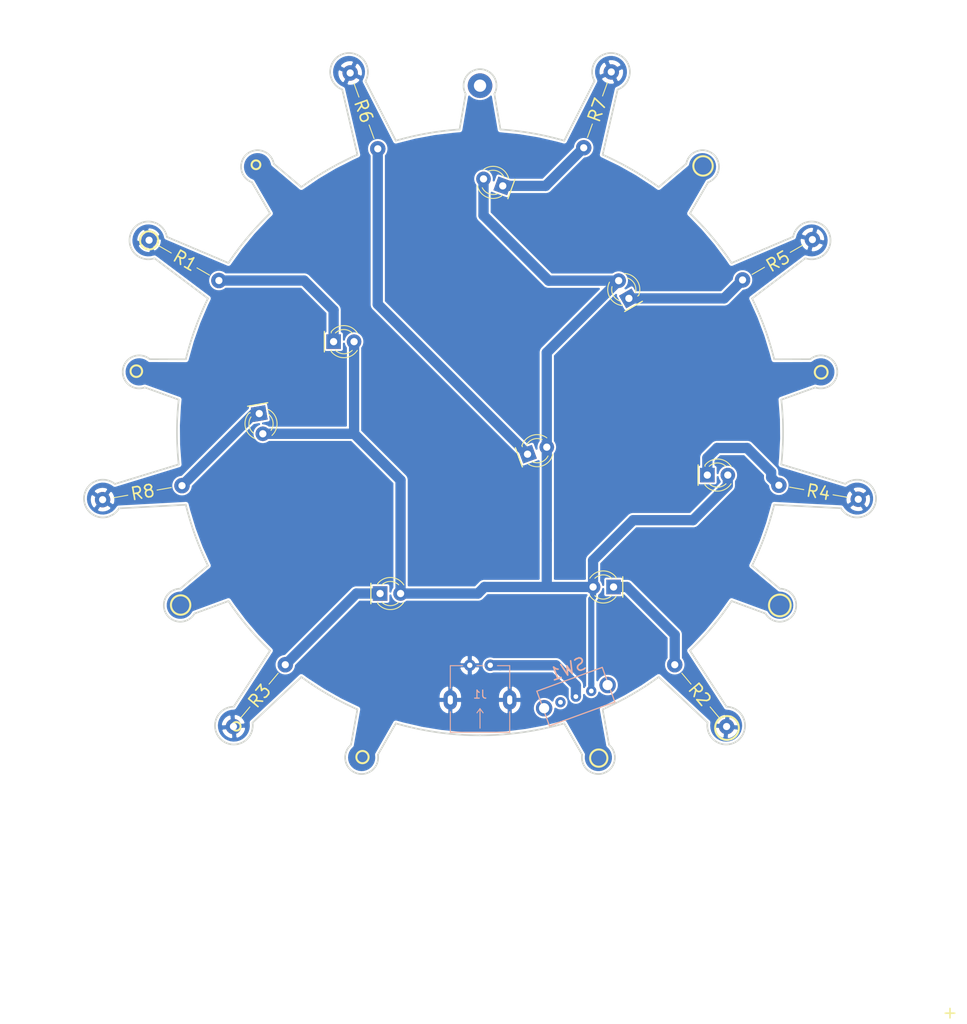
<source format=kicad_pcb>
(kicad_pcb (version 20171130) (host pcbnew "(5.1.9)-1")

  (general
    (thickness 1.6)
    (drawings 88)
    (tracks 53)
    (zones 0)
    (modules 18)
    (nets 12)
  )

  (page A4)
  (layers
    (0 F.Cu signal)
    (31 B.Cu signal)
    (32 B.Adhes user hide)
    (33 F.Adhes user hide)
    (34 B.Paste user hide)
    (35 F.Paste user hide)
    (36 B.SilkS user hide)
    (37 F.SilkS user)
    (38 B.Mask user hide)
    (39 F.Mask user hide)
    (40 Dwgs.User user hide)
    (41 Cmts.User user hide)
    (42 Eco1.User user hide)
    (43 Eco2.User user hide)
    (44 Edge.Cuts user)
    (45 Margin user hide)
    (46 B.CrtYd user)
    (47 F.CrtYd user hide)
    (48 B.Fab user hide)
    (49 F.Fab user hide)
  )

  (setup
    (last_trace_width 0.762)
    (trace_clearance 0.254)
    (zone_clearance 0.254)
    (zone_45_only no)
    (trace_min 0.254)
    (via_size 1.524)
    (via_drill 0.8001)
    (via_min_size 1.524)
    (via_min_drill 0.7874)
    (uvia_size 1.524)
    (uvia_drill 0.7874)
    (uvias_allowed no)
    (uvia_min_size 0.254)
    (uvia_min_drill 0.1)
    (edge_width 0.2032)
    (segment_width 0.2032)
    (pcb_text_width 0.3)
    (pcb_text_size 1.5 1.5)
    (mod_edge_width 0.15)
    (mod_text_size 1 1)
    (mod_text_width 0.15)
    (pad_size 1.2954 2.1844)
    (pad_drill 0.508)
    (pad_to_mask_clearance 0.2032)
    (solder_mask_min_width 0.254)
    (aux_axis_origin 0 0)
    (visible_elements 7FFFFFFF)
    (pcbplotparams
      (layerselection 0x010e0_ffffffff)
      (usegerberextensions false)
      (usegerberattributes false)
      (usegerberadvancedattributes false)
      (creategerberjobfile false)
      (excludeedgelayer true)
      (linewidth 0.100000)
      (plotframeref false)
      (viasonmask false)
      (mode 1)
      (useauxorigin false)
      (hpglpennumber 1)
      (hpglpenspeed 20)
      (hpglpendiameter 15.000000)
      (psnegative false)
      (psa4output false)
      (plotreference true)
      (plotvalue true)
      (plotinvisibletext false)
      (padsonsilk false)
      (subtractmaskfromsilk false)
      (outputformat 1)
      (mirror false)
      (drillshape 0)
      (scaleselection 1)
      (outputdirectory "PCB-Order/"))
  )

  (net 0 "")
  (net 1 GND)
  (net 2 VCC)
  (net 3 "Net-(J1-Pad3)")
  (net 4 "Net-(D1-Pad1)")
  (net 5 "Net-(D2-Pad1)")
  (net 6 "Net-(D3-Pad1)")
  (net 7 "Net-(D4-Pad1)")
  (net 8 "Net-(D5-Pad1)")
  (net 9 "Net-(D6-Pad1)")
  (net 10 "Net-(D7-Pad1)")
  (net 11 "Net-(D8-Pad1)")

  (net_class Default "This is the default net class."
    (clearance 0.254)
    (trace_width 0.762)
    (via_dia 1.524)
    (via_drill 0.8001)
    (uvia_dia 1.524)
    (uvia_drill 0.7874)
    (diff_pair_width 2.54)
    (diff_pair_gap 2.54)
    (add_net GND)
    (add_net "Net-(D1-Pad1)")
    (add_net "Net-(D2-Pad1)")
    (add_net "Net-(D3-Pad1)")
    (add_net "Net-(D4-Pad1)")
    (add_net "Net-(D5-Pad1)")
    (add_net "Net-(D6-Pad1)")
    (add_net "Net-(D7-Pad1)")
    (add_net "Net-(D8-Pad1)")
    (add_net "Net-(J1-Pad3)")
    (add_net VCC)
  )

  (net_class SMT ""
    (clearance 0.508)
    (trace_width 0.508)
    (via_dia 1.524)
    (via_drill 0.8001)
    (uvia_dia 1.524)
    (uvia_drill 0.7874)
    (diff_pair_width 2.54)
    (diff_pair_gap 2.54)
  )

  (module "Rays Footprints:USB Micro-B Power Only" (layer B.Cu) (tedit 60C396AB) (tstamp 5D796CC5)
    (at 0 33.02)
    (path /5D799CD9)
    (fp_text reference J1 (at 0 -0.5) (layer B.SilkS)
      (effects (font (size 1 1) (thickness 0.15)) (justify mirror))
    )
    (fp_text value USB-Micro-B-Power-Only (at 0 0.5) (layer B.Fab)
      (effects (font (size 1 1) (thickness 0.15)) (justify mirror))
    )
    (fp_text user "PCB Edge" (at -9.779 4.572) (layer B.Fab)
      (effects (font (size 1 1) (thickness 0.15)) (justify mirror))
    )
    (fp_line (start 0 1.27) (end -0.381 1.778) (layer B.SilkS) (width 0.127))
    (fp_line (start 0 1.27) (end 0.381 1.778) (layer B.SilkS) (width 0.127))
    (fp_line (start 0 3.683) (end 0 1.27) (layer B.SilkS) (width 0.127))
    (fp_line (start -3.683 4.191) (end -3.683 1.651) (layer B.SilkS) (width 0.127))
    (fp_line (start 3.683 4.191) (end -3.683 4.191) (layer B.SilkS) (width 0.127))
    (fp_line (start 3.683 1.651) (end 3.683 4.191) (layer B.SilkS) (width 0.127))
    (fp_line (start -3.683 -4.064) (end -3.683 -1.27) (layer B.SilkS) (width 0.127))
    (fp_line (start 3.683 -4.064) (end 3.683 -1.27) (layer B.SilkS) (width 0.127))
    (fp_line (start 2.159 -4.064) (end 3.683 -4.064) (layer B.SilkS) (width 0.127))
    (fp_line (start -0.381 -4.064) (end 0.381 -4.064) (layer B.SilkS) (width 0.127))
    (fp_line (start -3.683 -4.064) (end -2.159 -4.064) (layer B.SilkS) (width 0.127))
    (fp_line (start -4.064 4.3815) (end -4.064 -4.3815) (layer B.CrtYd) (width 0.15))
    (fp_line (start -4.064 -4.3815) (end 4.064 -4.3815) (layer B.CrtYd) (width 0.15))
    (fp_line (start 4.064 -4.3815) (end 4.064 4.3815) (layer B.CrtYd) (width 0.15))
    (fp_line (start -4.064 4.3815) (end -5.08 4.3815) (layer B.CrtYd) (width 0.15))
    (fp_line (start 5.08 4.3815) (end 5.08 13.1445) (layer B.CrtYd) (width 0.15))
    (fp_line (start 5.08 13.1445) (end -5.08 13.1445) (layer B.CrtYd) (width 0.15))
    (fp_line (start -5.08 13.1445) (end -5.08 4.3815) (layer B.CrtYd) (width 0.15))
    (fp_line (start 0 11.43) (end 0 5.715) (layer B.Fab) (width 0.15))
    (fp_line (start -0.635 6.985) (end 0 5.715) (layer B.Fab) (width 0.15))
    (fp_line (start 0 5.715) (end 0.635 6.985) (layer B.Fab) (width 0.15))
    (fp_line (start 5.08 4.3815) (end 4.064 4.3815) (layer B.CrtYd) (width 0.15))
    (fp_line (start -3.8608 4.3815) (end 3.8608 4.3815) (layer B.Fab) (width 0.15))
    (fp_line (start -5.3848 4.3815) (end -6.096 4.3815) (layer B.Fab) (width 0.12))
    (pad 3 thru_hole oval (at 1.27 -4.1148) (size 1.4224 1.4224) (drill 0.6604) (layers *.Cu *.Mask)
      (net 3 "Net-(J1-Pad3)"))
    (pad 4 thru_hole oval (at -1.27 -4.1148) (size 1.4224 1.4224) (drill 0.6604) (layers *.Cu *.Mask)
      (net 1 GND))
    (pad 2 thru_hole oval (at 3.683 0.1778) (size 1.651 2.413) (drill oval 0.635 1.143) (layers *.Cu *.Mask)
      (net 1 GND))
    (pad 1 thru_hole oval (at -3.683 0.1778) (size 1.651 2.413) (drill oval 0.635 1.143) (layers *.Cu *.Mask)
      (net 1 GND))
  )

  (module "Rays Footprints:R_Axial_Minimal_KM" (layer F.Cu) (tedit 5EF066E7) (tstamp 5EF0F983)
    (at 30.5816 36.4998 130)
    (descr "Resistor, Axial_DIN0411 series, Axial, Horizontal, pin pitch=12.7mm, 1W = 1/1W, length*diameter=9.9*3.6mm^2")
    (tags "Resistor Axial_DIN0411 series Axial Horizontal pin pitch 12.7mm 1W = 1/1W length 9.9mm diameter 3.6mm")
    (path /5D784027)
    (fp_text reference R2 (at 5.1816 0 130) (layer F.SilkS)
      (effects (font (size 1.524 1.524) (thickness 0.2032)))
    )
    (fp_text value 300 (at 5.08 2.86 310) (layer F.Fab)
      (effects (font (size 1 1) (thickness 0.15)))
    )
    (fp_line (start 11.5062 -1.8542) (end -1.4478 -1.8542) (layer F.CrtYd) (width 0.05))
    (fp_line (start 11.5062 1.8542) (end 11.5062 -1.8542) (layer F.CrtYd) (width 0.05))
    (fp_line (start -1.4478 1.8542) (end 11.5062 1.8542) (layer F.CrtYd) (width 0.05))
    (fp_line (start -1.4478 -1.8542) (end -1.4478 1.8542) (layer F.CrtYd) (width 0.05))
    (fp_line (start 1.397 0) (end 3.175 0) (layer F.SilkS) (width 0.12))
    (fp_line (start 10.0076 0) (end 8.6106 0) (layer F.Fab) (width 0.1))
    (fp_line (start 0 0) (end 1.4 0) (layer F.Fab) (width 0.1))
    (fp_line (start 8.6106 -1.3462) (end 1.397 -1.3462) (layer F.Fab) (width 0.1))
    (fp_line (start 8.6106 1.3462) (end 8.6106 -1.3462) (layer F.Fab) (width 0.1))
    (fp_line (start 1.397 1.3462) (end 8.6106 1.3462) (layer F.Fab) (width 0.1))
    (fp_line (start 1.397 -1.3462) (end 1.397 1.3462) (layer F.Fab) (width 0.1))
    (fp_line (start 6.858 0) (end 8.636 0) (layer F.SilkS) (width 0.12))
    (pad 1 thru_hole circle (at 0 0 130) (size 1.905 1.905) (drill 0.889) (layers *.Cu *.Mask)
      (net 1 GND))
    (pad 2 thru_hole circle (at 10 0 130) (size 1.905 1.905) (drill 0.889) (layers *.Cu *.Mask)
      (net 5 "Net-(D2-Pad1)"))
    (model ${KISYS3DMOD}/Resistor_THT.3dshapes/R_Axial_DIN0207_L6.3mm_D2.5mm_P10.16mm_Horizontal.wrl
      (at (xyz 0 0 0))
      (scale (xyz 1 1 1))
      (rotate (xyz 0 0 0))
    )
  )

  (module "Rays Footprints:R_Axial_Minimal_KM" (layer F.Cu) (tedit 5EF066E7) (tstamp 5EF0F96E)
    (at -41.0464 -23.7744 330)
    (descr "Resistor, Axial_DIN0411 series, Axial, Horizontal, pin pitch=12.7mm, 1W = 1/1W, length*diameter=9.9*3.6mm^2")
    (tags "Resistor Axial_DIN0411 series Axial Horizontal pin pitch 12.7mm 1W = 1/1W length 9.9mm diameter 3.6mm")
    (path /5D784021)
    (fp_text reference R1 (at 5.1308 -0.0508 150) (layer F.SilkS)
      (effects (font (size 1.524 1.524) (thickness 0.2032)))
    )
    (fp_text value 300 (at 5.08 2.86 330) (layer F.Fab)
      (effects (font (size 1 1) (thickness 0.15)))
    )
    (fp_line (start 11.5062 -1.8542) (end -1.4478 -1.8542) (layer F.CrtYd) (width 0.05))
    (fp_line (start 11.5062 1.8542) (end 11.5062 -1.8542) (layer F.CrtYd) (width 0.05))
    (fp_line (start -1.4478 1.8542) (end 11.5062 1.8542) (layer F.CrtYd) (width 0.05))
    (fp_line (start -1.4478 -1.8542) (end -1.4478 1.8542) (layer F.CrtYd) (width 0.05))
    (fp_line (start 1.397 0) (end 3.175 0) (layer F.SilkS) (width 0.12))
    (fp_line (start 10.0076 0) (end 8.6106 0) (layer F.Fab) (width 0.1))
    (fp_line (start 0 0) (end 1.4 0) (layer F.Fab) (width 0.1))
    (fp_line (start 8.6106 -1.3462) (end 1.397 -1.3462) (layer F.Fab) (width 0.1))
    (fp_line (start 8.6106 1.3462) (end 8.6106 -1.3462) (layer F.Fab) (width 0.1))
    (fp_line (start 1.397 1.3462) (end 8.6106 1.3462) (layer F.Fab) (width 0.1))
    (fp_line (start 1.397 -1.3462) (end 1.397 1.3462) (layer F.Fab) (width 0.1))
    (fp_line (start 6.858 0) (end 8.636 0) (layer F.SilkS) (width 0.12))
    (pad 1 thru_hole circle (at 0 0 330) (size 1.905 1.905) (drill 0.889) (layers *.Cu *.Mask)
      (net 1 GND))
    (pad 2 thru_hole circle (at 10 0 330) (size 1.905 1.905) (drill 0.889) (layers *.Cu *.Mask)
      (net 4 "Net-(D1-Pad1)"))
    (model ${KISYS3DMOD}/Resistor_THT.3dshapes/R_Axial_DIN0207_L6.3mm_D2.5mm_P10.16mm_Horizontal.wrl
      (at (xyz 0 0 0))
      (scale (xyz 1 1 1))
      (rotate (xyz 0 0 0))
    )
  )

  (module "Rays Footprints:R_Axial_Minimal_KM" (layer F.Cu) (tedit 5EF066E7) (tstamp 5EF0F998)
    (at -30.5816 36.4998 50)
    (descr "Resistor, Axial_DIN0411 series, Axial, Horizontal, pin pitch=12.7mm, 1W = 1/1W, length*diameter=9.9*3.6mm^2")
    (tags "Resistor Axial_DIN0411 series Axial Horizontal pin pitch 12.7mm 1W = 1/1W length 9.9mm diameter 3.6mm")
    (path /5D78402D)
    (fp_text reference R3 (at 4.9784 0.0508 50) (layer F.SilkS)
      (effects (font (size 1.524 1.524) (thickness 0.2032)))
    )
    (fp_text value 300 (at 5.08 2.86 230) (layer F.Fab)
      (effects (font (size 1 1) (thickness 0.15)))
    )
    (fp_line (start 11.5062 -1.8542) (end -1.4478 -1.8542) (layer F.CrtYd) (width 0.05))
    (fp_line (start 11.5062 1.8542) (end 11.5062 -1.8542) (layer F.CrtYd) (width 0.05))
    (fp_line (start -1.4478 1.8542) (end 11.5062 1.8542) (layer F.CrtYd) (width 0.05))
    (fp_line (start -1.4478 -1.8542) (end -1.4478 1.8542) (layer F.CrtYd) (width 0.05))
    (fp_line (start 1.397 0) (end 3.175 0) (layer F.SilkS) (width 0.12))
    (fp_line (start 10.0076 0) (end 8.6106 0) (layer F.Fab) (width 0.1))
    (fp_line (start 0 0) (end 1.4 0) (layer F.Fab) (width 0.1))
    (fp_line (start 8.6106 -1.3462) (end 1.397 -1.3462) (layer F.Fab) (width 0.1))
    (fp_line (start 8.6106 1.3462) (end 8.6106 -1.3462) (layer F.Fab) (width 0.1))
    (fp_line (start 1.397 1.3462) (end 8.6106 1.3462) (layer F.Fab) (width 0.1))
    (fp_line (start 1.397 -1.3462) (end 1.397 1.3462) (layer F.Fab) (width 0.1))
    (fp_line (start 6.858 0) (end 8.636 0) (layer F.SilkS) (width 0.12))
    (pad 1 thru_hole circle (at 0 0 50) (size 1.905 1.905) (drill 0.889) (layers *.Cu *.Mask)
      (net 1 GND))
    (pad 2 thru_hole circle (at 10 0 50) (size 1.905 1.905) (drill 0.889) (layers *.Cu *.Mask)
      (net 6 "Net-(D3-Pad1)"))
    (model ${KISYS3DMOD}/Resistor_THT.3dshapes/R_Axial_DIN0207_L6.3mm_D2.5mm_P10.16mm_Horizontal.wrl
      (at (xyz 0 0 0))
      (scale (xyz 1 1 1))
      (rotate (xyz 0 0 0))
    )
  )

  (module "Rays Footprints:R_Axial_Minimal_KM" (layer F.Cu) (tedit 5EF066E7) (tstamp 5EF0F9AD)
    (at 46.9138 8.3312 170)
    (descr "Resistor, Axial_DIN0411 series, Axial, Horizontal, pin pitch=12.7mm, 1W = 1/1W, length*diameter=9.9*3.6mm^2")
    (tags "Resistor Axial_DIN0411 series Axial Horizontal pin pitch 12.7mm 1W = 1/1W length 9.9mm diameter 3.6mm")
    (path /5D784033)
    (fp_text reference R4 (at 5.0292 0 170) (layer F.SilkS)
      (effects (font (size 1.524 1.524) (thickness 0.2032)))
    )
    (fp_text value 300 (at 5.08 2.86 350) (layer F.Fab)
      (effects (font (size 1 1) (thickness 0.15)))
    )
    (fp_line (start 11.5062 -1.8542) (end -1.4478 -1.8542) (layer F.CrtYd) (width 0.05))
    (fp_line (start 11.5062 1.8542) (end 11.5062 -1.8542) (layer F.CrtYd) (width 0.05))
    (fp_line (start -1.4478 1.8542) (end 11.5062 1.8542) (layer F.CrtYd) (width 0.05))
    (fp_line (start -1.4478 -1.8542) (end -1.4478 1.8542) (layer F.CrtYd) (width 0.05))
    (fp_line (start 1.397 0) (end 3.175 0) (layer F.SilkS) (width 0.12))
    (fp_line (start 10.0076 0) (end 8.6106 0) (layer F.Fab) (width 0.1))
    (fp_line (start 0 0) (end 1.4 0) (layer F.Fab) (width 0.1))
    (fp_line (start 8.6106 -1.3462) (end 1.397 -1.3462) (layer F.Fab) (width 0.1))
    (fp_line (start 8.6106 1.3462) (end 8.6106 -1.3462) (layer F.Fab) (width 0.1))
    (fp_line (start 1.397 1.3462) (end 8.6106 1.3462) (layer F.Fab) (width 0.1))
    (fp_line (start 1.397 -1.3462) (end 1.397 1.3462) (layer F.Fab) (width 0.1))
    (fp_line (start 6.858 0) (end 8.636 0) (layer F.SilkS) (width 0.12))
    (pad 1 thru_hole circle (at 0 0 170) (size 1.905 1.905) (drill 0.889) (layers *.Cu *.Mask)
      (net 1 GND))
    (pad 2 thru_hole circle (at 10 0 170) (size 1.905 1.905) (drill 0.889) (layers *.Cu *.Mask)
      (net 7 "Net-(D4-Pad1)"))
    (model ${KISYS3DMOD}/Resistor_THT.3dshapes/R_Axial_DIN0207_L6.3mm_D2.5mm_P10.16mm_Horizontal.wrl
      (at (xyz 0 0 0))
      (scale (xyz 1 1 1))
      (rotate (xyz 0 0 0))
    )
  )

  (module "Rays Footprints:R_Axial_Minimal_KM" (layer F.Cu) (tedit 5EF066E7) (tstamp 5EF0F9C2)
    (at 41.2242 -23.8506 210)
    (descr "Resistor, Axial_DIN0411 series, Axial, Horizontal, pin pitch=12.7mm, 1W = 1/1W, length*diameter=9.9*3.6mm^2")
    (tags "Resistor Axial_DIN0411 series Axial Horizontal pin pitch 12.7mm 1W = 1/1W length 9.9mm diameter 3.6mm")
    (path /5D784039)
    (fp_text reference R5 (at 5.041704 -0.198087 30) (layer F.SilkS)
      (effects (font (size 1.524 1.524) (thickness 0.2032)))
    )
    (fp_text value 300 (at 5.08 2.86 210) (layer F.Fab)
      (effects (font (size 1 1) (thickness 0.15)))
    )
    (fp_line (start 11.5062 -1.8542) (end -1.4478 -1.8542) (layer F.CrtYd) (width 0.05))
    (fp_line (start 11.5062 1.8542) (end 11.5062 -1.8542) (layer F.CrtYd) (width 0.05))
    (fp_line (start -1.4478 1.8542) (end 11.5062 1.8542) (layer F.CrtYd) (width 0.05))
    (fp_line (start -1.4478 -1.8542) (end -1.4478 1.8542) (layer F.CrtYd) (width 0.05))
    (fp_line (start 1.397 0) (end 3.175 0) (layer F.SilkS) (width 0.12))
    (fp_line (start 10.0076 0) (end 8.6106 0) (layer F.Fab) (width 0.1))
    (fp_line (start 0 0) (end 1.4 0) (layer F.Fab) (width 0.1))
    (fp_line (start 8.6106 -1.3462) (end 1.397 -1.3462) (layer F.Fab) (width 0.1))
    (fp_line (start 8.6106 1.3462) (end 8.6106 -1.3462) (layer F.Fab) (width 0.1))
    (fp_line (start 1.397 1.3462) (end 8.6106 1.3462) (layer F.Fab) (width 0.1))
    (fp_line (start 1.397 -1.3462) (end 1.397 1.3462) (layer F.Fab) (width 0.1))
    (fp_line (start 6.858 0) (end 8.636 0) (layer F.SilkS) (width 0.12))
    (pad 1 thru_hole circle (at 0 0 210) (size 1.905 1.905) (drill 0.889) (layers *.Cu *.Mask)
      (net 1 GND))
    (pad 2 thru_hole circle (at 10 0 210) (size 1.905 1.905) (drill 0.889) (layers *.Cu *.Mask)
      (net 8 "Net-(D5-Pad1)"))
    (model ${KISYS3DMOD}/Resistor_THT.3dshapes/R_Axial_DIN0207_L6.3mm_D2.5mm_P10.16mm_Horizontal.wrl
      (at (xyz 0 0 0))
      (scale (xyz 1 1 1))
      (rotate (xyz 0 0 0))
    )
  )

  (module "Rays Footprints:R_Axial_Minimal_KM" (layer F.Cu) (tedit 5EF066E7) (tstamp 5EF0F9D7)
    (at 16.2814 -44.6278 250)
    (descr "Resistor, Axial_DIN0411 series, Axial, Horizontal, pin pitch=12.7mm, 1W = 1/1W, length*diameter=9.9*3.6mm^2")
    (tags "Resistor Axial_DIN0411 series Axial Horizontal pin pitch 12.7mm 1W = 1/1W length 9.9mm diameter 3.6mm")
    (path /5D784045)
    (fp_text reference R7 (at 5.030221 0.007197 70) (layer F.SilkS)
      (effects (font (size 1.524 1.524) (thickness 0.2032)))
    )
    (fp_text value 300 (at 5.08 2.86 250) (layer F.Fab)
      (effects (font (size 1 1) (thickness 0.15)))
    )
    (fp_line (start 11.5062 -1.8542) (end -1.4478 -1.8542) (layer F.CrtYd) (width 0.05))
    (fp_line (start 11.5062 1.8542) (end 11.5062 -1.8542) (layer F.CrtYd) (width 0.05))
    (fp_line (start -1.4478 1.8542) (end 11.5062 1.8542) (layer F.CrtYd) (width 0.05))
    (fp_line (start -1.4478 -1.8542) (end -1.4478 1.8542) (layer F.CrtYd) (width 0.05))
    (fp_line (start 1.397 0) (end 3.175 0) (layer F.SilkS) (width 0.12))
    (fp_line (start 10.0076 0) (end 8.6106 0) (layer F.Fab) (width 0.1))
    (fp_line (start 0 0) (end 1.4 0) (layer F.Fab) (width 0.1))
    (fp_line (start 8.6106 -1.3462) (end 1.397 -1.3462) (layer F.Fab) (width 0.1))
    (fp_line (start 8.6106 1.3462) (end 8.6106 -1.3462) (layer F.Fab) (width 0.1))
    (fp_line (start 1.397 1.3462) (end 8.6106 1.3462) (layer F.Fab) (width 0.1))
    (fp_line (start 1.397 -1.3462) (end 1.397 1.3462) (layer F.Fab) (width 0.1))
    (fp_line (start 6.858 0) (end 8.636 0) (layer F.SilkS) (width 0.12))
    (pad 1 thru_hole circle (at 0 0 250) (size 1.905 1.905) (drill 0.889) (layers *.Cu *.Mask)
      (net 1 GND))
    (pad 2 thru_hole circle (at 10 0 250) (size 1.905 1.905) (drill 0.889) (layers *.Cu *.Mask)
      (net 10 "Net-(D7-Pad1)"))
    (model ${KISYS3DMOD}/Resistor_THT.3dshapes/R_Axial_DIN0207_L6.3mm_D2.5mm_P10.16mm_Horizontal.wrl
      (at (xyz 0 0 0))
      (scale (xyz 1 1 1))
      (rotate (xyz 0 0 0))
    )
  )

  (module "Rays Footprints:R_Axial_Minimal_KM" (layer F.Cu) (tedit 5EF066E7) (tstamp 5EF0F9EC)
    (at -46.8122 8.382 10)
    (descr "Resistor, Axial_DIN0411 series, Axial, Horizontal, pin pitch=12.7mm, 1W = 1/1W, length*diameter=9.9*3.6mm^2")
    (tags "Resistor Axial_DIN0411 series Axial Horizontal pin pitch 12.7mm 1W = 1/1W length 9.9mm diameter 3.6mm")
    (path /5D784051)
    (fp_text reference R8 (at 5.061551 -0.036018 10) (layer F.SilkS)
      (effects (font (size 1.524 1.524) (thickness 0.2032)))
    )
    (fp_text value 300 (at 5.08 2.86 190) (layer F.Fab)
      (effects (font (size 1 1) (thickness 0.15)))
    )
    (fp_line (start 11.5062 -1.8542) (end -1.4478 -1.8542) (layer F.CrtYd) (width 0.05))
    (fp_line (start 11.5062 1.8542) (end 11.5062 -1.8542) (layer F.CrtYd) (width 0.05))
    (fp_line (start -1.4478 1.8542) (end 11.5062 1.8542) (layer F.CrtYd) (width 0.05))
    (fp_line (start -1.4478 -1.8542) (end -1.4478 1.8542) (layer F.CrtYd) (width 0.05))
    (fp_line (start 1.397 0) (end 3.175 0) (layer F.SilkS) (width 0.12))
    (fp_line (start 10.0076 0) (end 8.6106 0) (layer F.Fab) (width 0.1))
    (fp_line (start 0 0) (end 1.4 0) (layer F.Fab) (width 0.1))
    (fp_line (start 8.6106 -1.3462) (end 1.397 -1.3462) (layer F.Fab) (width 0.1))
    (fp_line (start 8.6106 1.3462) (end 8.6106 -1.3462) (layer F.Fab) (width 0.1))
    (fp_line (start 1.397 1.3462) (end 8.6106 1.3462) (layer F.Fab) (width 0.1))
    (fp_line (start 1.397 -1.3462) (end 1.397 1.3462) (layer F.Fab) (width 0.1))
    (fp_line (start 6.858 0) (end 8.636 0) (layer F.SilkS) (width 0.12))
    (pad 1 thru_hole circle (at 0 0 10) (size 1.905 1.905) (drill 0.889) (layers *.Cu *.Mask)
      (net 1 GND))
    (pad 2 thru_hole circle (at 10 0 10) (size 1.905 1.905) (drill 0.889) (layers *.Cu *.Mask)
      (net 11 "Net-(D8-Pad1)"))
    (model ${KISYS3DMOD}/Resistor_THT.3dshapes/R_Axial_DIN0207_L6.3mm_D2.5mm_P10.16mm_Horizontal.wrl
      (at (xyz 0 0 0))
      (scale (xyz 1 1 1))
      (rotate (xyz 0 0 0))
    )
  )

  (module "Rays Footprints:R_Axial_Minimal_KM" (layer F.Cu) (tedit 5EF066E7) (tstamp 5EF0F1FE)
    (at -16.1036 -44.5008 290)
    (descr "Resistor, Axial_DIN0411 series, Axial, Horizontal, pin pitch=12.7mm, 1W = 1/1W, length*diameter=9.9*3.6mm^2")
    (tags "Resistor Axial_DIN0411 series Axial Horizontal pin pitch 12.7mm 1W = 1/1W length 9.9mm diameter 3.6mm")
    (path /5D78403F)
    (fp_text reference R6 (at 5.012846 0.040539 110) (layer F.SilkS)
      (effects (font (size 1.524 1.524) (thickness 0.2032)))
    )
    (fp_text value 300 (at 5.08 2.86 290) (layer F.Fab)
      (effects (font (size 1 1) (thickness 0.15)))
    )
    (fp_line (start 11.5062 -1.8542) (end -1.4478 -1.8542) (layer F.CrtYd) (width 0.05))
    (fp_line (start 11.5062 1.8542) (end 11.5062 -1.8542) (layer F.CrtYd) (width 0.05))
    (fp_line (start -1.4478 1.8542) (end 11.5062 1.8542) (layer F.CrtYd) (width 0.05))
    (fp_line (start -1.4478 -1.8542) (end -1.4478 1.8542) (layer F.CrtYd) (width 0.05))
    (fp_line (start 1.397 0) (end 3.175 0) (layer F.SilkS) (width 0.12))
    (fp_line (start 10.0076 0) (end 8.6106 0) (layer F.Fab) (width 0.1))
    (fp_line (start 0 0) (end 1.4 0) (layer F.Fab) (width 0.1))
    (fp_line (start 8.6106 -1.3462) (end 1.397 -1.3462) (layer F.Fab) (width 0.1))
    (fp_line (start 8.6106 1.3462) (end 8.6106 -1.3462) (layer F.Fab) (width 0.1))
    (fp_line (start 1.397 1.3462) (end 8.6106 1.3462) (layer F.Fab) (width 0.1))
    (fp_line (start 1.397 -1.3462) (end 1.397 1.3462) (layer F.Fab) (width 0.1))
    (fp_line (start 6.858 0) (end 8.636 0) (layer F.SilkS) (width 0.12))
    (pad 1 thru_hole circle (at 0 0 290) (size 1.905 1.905) (drill 0.889) (layers *.Cu *.Mask)
      (net 1 GND))
    (pad 2 thru_hole circle (at 10 0 290) (size 1.905 1.905) (drill 0.889) (layers *.Cu *.Mask)
      (net 9 "Net-(D6-Pad1)"))
    (model ${KISYS3DMOD}/Resistor_THT.3dshapes/R_Axial_DIN0207_L6.3mm_D2.5mm_P10.16mm_Horizontal.wrl
      (at (xyz 0 0 0))
      (scale (xyz 1 1 1))
      (rotate (xyz 0 0 0))
    )
  )

  (module "Rays Footprints:LED_D3.0mm" (layer F.Cu) (tedit 5EF064F6) (tstamp 5D657B03)
    (at -27.3812 -2.286 280)
    (descr "LED, diameter 3.0mm, 2 pins")
    (tags "LED diameter 3.0mm 2 pins")
    (path /5C714656)
    (fp_text reference D8 (at 1.7447 3.002074 100) (layer F.SilkS) hide
      (effects (font (size 1.27 1.27) (thickness 0.1778)))
    )
    (fp_text value LED (at 1.213551 -4.145907 100) (layer F.Fab)
      (effects (font (size 1 1) (thickness 0.15)))
    )
    (fp_line (start 3.7 -2.25) (end -1.15 -2.25) (layer F.CrtYd) (width 0.05))
    (fp_line (start 3.7 2.25) (end 3.7 -2.25) (layer F.CrtYd) (width 0.05))
    (fp_line (start -1.15 2.25) (end 3.7 2.25) (layer F.CrtYd) (width 0.05))
    (fp_line (start -1.15 -2.25) (end -1.15 2.25) (layer F.CrtYd) (width 0.05))
    (fp_line (start -0.29 1.08) (end -0.29 1.236) (layer F.SilkS) (width 0.12))
    (fp_line (start -0.29 -1.236) (end -0.29 -1.08) (layer F.SilkS) (width 0.12))
    (fp_line (start -0.23 -1.16619) (end -0.23 1.16619) (layer F.Fab) (width 0.1))
    (fp_circle (center 1.27 0) (end 2.77 0) (layer F.Fab) (width 0.1))
    (fp_line (start -1.143 -1.27) (end -1.143 1.27) (layer F.SilkS) (width 0.15))
    (fp_arc (start 1.27 0) (end -0.23 -1.16619) (angle 284.3) (layer F.Fab) (width 0.1))
    (fp_arc (start 1.27 0) (end -0.29 -1.235516) (angle 108.8) (layer F.SilkS) (width 0.12))
    (fp_arc (start 1.27 0) (end -0.29 1.235516) (angle -108.8) (layer F.SilkS) (width 0.12))
    (fp_arc (start 1.27 0) (end 0.229039 -1.08) (angle 87.9) (layer F.SilkS) (width 0.12))
    (fp_arc (start 1.27 0) (end 0.229039 1.08) (angle -87.9) (layer F.SilkS) (width 0.12))
    (pad 1 thru_hole rect (at 0 0 280) (size 1.8 1.8) (drill 0.9) (layers *.Cu *.Mask)
      (net 11 "Net-(D8-Pad1)"))
    (pad 2 thru_hole circle (at 2.54 0 280) (size 1.8 1.8) (drill 0.9) (layers *.Cu *.Mask)
      (net 2 VCC))
    (model ${KISYS3DMOD}/LED_THT.3dshapes/LED_D3.0mm_Clear.step
      (offset (xyz 0 0 -3.0226))
      (scale (xyz 1 1 1))
      (rotate (xyz 0 0 0))
    )
  )

  (module "Rays Footprints:LED_D3.0mm" (layer F.Cu) (tedit 5EF064F6) (tstamp 5D769B3A)
    (at 16.5608 19.2024 180)
    (descr "LED, diameter 3.0mm, 2 pins")
    (tags "LED diameter 3.0mm 2 pins")
    (path /5C6F56F7)
    (fp_text reference D2 (at 1.27 -3.048 180) (layer F.SilkS) hide
      (effects (font (size 1.27 1.27) (thickness 0.1778)))
    )
    (fp_text value LED (at 0.628618 -4.041115 180) (layer F.Fab)
      (effects (font (size 1 1) (thickness 0.15)))
    )
    (fp_line (start 3.7 -2.25) (end -1.15 -2.25) (layer F.CrtYd) (width 0.05))
    (fp_line (start 3.7 2.25) (end 3.7 -2.25) (layer F.CrtYd) (width 0.05))
    (fp_line (start -1.15 2.25) (end 3.7 2.25) (layer F.CrtYd) (width 0.05))
    (fp_line (start -1.15 -2.25) (end -1.15 2.25) (layer F.CrtYd) (width 0.05))
    (fp_line (start -0.29 1.08) (end -0.29 1.236) (layer F.SilkS) (width 0.12))
    (fp_line (start -0.29 -1.236) (end -0.29 -1.08) (layer F.SilkS) (width 0.12))
    (fp_line (start -0.23 -1.16619) (end -0.23 1.16619) (layer F.Fab) (width 0.1))
    (fp_circle (center 1.27 0) (end 2.77 0) (layer F.Fab) (width 0.1))
    (fp_line (start -1.143 -1.27) (end -1.143 1.27) (layer F.SilkS) (width 0.15))
    (fp_arc (start 1.27 0) (end -0.23 -1.16619) (angle 284.3) (layer F.Fab) (width 0.1))
    (fp_arc (start 1.27 0) (end -0.29 -1.235516) (angle 108.8) (layer F.SilkS) (width 0.12))
    (fp_arc (start 1.27 0) (end -0.29 1.235516) (angle -108.8) (layer F.SilkS) (width 0.12))
    (fp_arc (start 1.27 0) (end 0.229039 -1.08) (angle 87.9) (layer F.SilkS) (width 0.12))
    (fp_arc (start 1.27 0) (end 0.229039 1.08) (angle -87.9) (layer F.SilkS) (width 0.12))
    (pad 1 thru_hole rect (at 0 0 180) (size 1.8 1.8) (drill 0.9) (layers *.Cu *.Mask)
      (net 5 "Net-(D2-Pad1)"))
    (pad 2 thru_hole circle (at 2.54 0 180) (size 1.8 1.8) (drill 0.9) (layers *.Cu *.Mask)
      (net 2 VCC))
    (model ${KISYS3DMOD}/LED_THT.3dshapes/LED_D3.0mm_Clear.step
      (offset (xyz 0 0 -3.0226))
      (scale (xyz 1 1 1))
      (rotate (xyz 0 0 0))
    )
  )

  (module "Rays Footprints:LED_D3.0mm" (layer F.Cu) (tedit 5EF064F6) (tstamp 5D7685DD)
    (at 28.194 5.334)
    (descr "LED, diameter 3.0mm, 2 pins")
    (tags "LED diameter 3.0mm 2 pins")
    (path /5C6F5750)
    (fp_text reference D4 (at 1.191432 -2.794 180) (layer F.SilkS) hide
      (effects (font (size 1.27 1.27) (thickness 0.1778)))
    )
    (fp_text value LED (at 1.16642 -4.227447 180) (layer F.Fab)
      (effects (font (size 1 1) (thickness 0.15)))
    )
    (fp_line (start 3.7 -2.25) (end -1.15 -2.25) (layer F.CrtYd) (width 0.05))
    (fp_line (start 3.7 2.25) (end 3.7 -2.25) (layer F.CrtYd) (width 0.05))
    (fp_line (start -1.15 2.25) (end 3.7 2.25) (layer F.CrtYd) (width 0.05))
    (fp_line (start -1.15 -2.25) (end -1.15 2.25) (layer F.CrtYd) (width 0.05))
    (fp_line (start -0.29 1.08) (end -0.29 1.236) (layer F.SilkS) (width 0.12))
    (fp_line (start -0.29 -1.236) (end -0.29 -1.08) (layer F.SilkS) (width 0.12))
    (fp_line (start -0.23 -1.16619) (end -0.23 1.16619) (layer F.Fab) (width 0.1))
    (fp_circle (center 1.27 0) (end 2.77 0) (layer F.Fab) (width 0.1))
    (fp_line (start -1.143 -1.27) (end -1.143 1.27) (layer F.SilkS) (width 0.15))
    (fp_arc (start 1.27 0) (end -0.23 -1.16619) (angle 284.3) (layer F.Fab) (width 0.1))
    (fp_arc (start 1.27 0) (end -0.29 -1.235516) (angle 108.8) (layer F.SilkS) (width 0.12))
    (fp_arc (start 1.27 0) (end -0.29 1.235516) (angle -108.8) (layer F.SilkS) (width 0.12))
    (fp_arc (start 1.27 0) (end 0.229039 -1.08) (angle 87.9) (layer F.SilkS) (width 0.12))
    (fp_arc (start 1.27 0) (end 0.229039 1.08) (angle -87.9) (layer F.SilkS) (width 0.12))
    (pad 1 thru_hole rect (at 0 0) (size 1.8 1.8) (drill 0.9) (layers *.Cu *.Mask)
      (net 7 "Net-(D4-Pad1)"))
    (pad 2 thru_hole circle (at 2.54 0) (size 1.8 1.8) (drill 0.9) (layers *.Cu *.Mask)
      (net 2 VCC))
    (model ${KISYS3DMOD}/LED_THT.3dshapes/LED_D3.0mm_Clear.step
      (offset (xyz 0 0 -3.0226))
      (scale (xyz 1 1 1))
      (rotate (xyz 0 0 0))
    )
  )

  (module "Rays Footprints:LED_D3.0mm" (layer F.Cu) (tedit 5EF064F6) (tstamp 5D7650E5)
    (at 5.8928 2.7432 20)
    (descr "LED, diameter 3.0mm, 2 pins")
    (tags "LED diameter 3.0mm 2 pins")
    (path /5C714644)
    (fp_text reference D6 (at 1.172699 -2.924907 20) (layer F.SilkS) hide
      (effects (font (size 1.27 1.27) (thickness 0.1778)))
    )
    (fp_text value LED (at 1.27 4.318 20) (layer F.Fab)
      (effects (font (size 1 1) (thickness 0.15)))
    )
    (fp_line (start 3.7 -2.25) (end -1.15 -2.25) (layer F.CrtYd) (width 0.05))
    (fp_line (start 3.7 2.25) (end 3.7 -2.25) (layer F.CrtYd) (width 0.05))
    (fp_line (start -1.15 2.25) (end 3.7 2.25) (layer F.CrtYd) (width 0.05))
    (fp_line (start -1.15 -2.25) (end -1.15 2.25) (layer F.CrtYd) (width 0.05))
    (fp_line (start -0.29 1.08) (end -0.29 1.236) (layer F.SilkS) (width 0.12))
    (fp_line (start -0.29 -1.236) (end -0.29 -1.08) (layer F.SilkS) (width 0.12))
    (fp_line (start -0.23 -1.16619) (end -0.23 1.16619) (layer F.Fab) (width 0.1))
    (fp_circle (center 1.27 0) (end 2.77 0) (layer F.Fab) (width 0.1))
    (fp_line (start -1.143 -1.27) (end -1.143 1.27) (layer F.SilkS) (width 0.15))
    (fp_arc (start 1.27 0) (end -0.23 -1.16619) (angle 284.3) (layer F.Fab) (width 0.1))
    (fp_arc (start 1.27 0) (end -0.29 -1.235516) (angle 108.8) (layer F.SilkS) (width 0.12))
    (fp_arc (start 1.27 0) (end -0.29 1.235516) (angle -108.8) (layer F.SilkS) (width 0.12))
    (fp_arc (start 1.27 0) (end 0.229039 -1.08) (angle 87.9) (layer F.SilkS) (width 0.12))
    (fp_arc (start 1.27 0) (end 0.229039 1.08) (angle -87.9) (layer F.SilkS) (width 0.12))
    (pad 1 thru_hole rect (at 0 0 20) (size 1.8 1.8) (drill 0.9) (layers *.Cu *.Mask)
      (net 9 "Net-(D6-Pad1)"))
    (pad 2 thru_hole circle (at 2.54 0 20) (size 1.8 1.8) (drill 0.9) (layers *.Cu *.Mask)
      (net 2 VCC))
    (model ${KISYS3DMOD}/LED_THT.3dshapes/LED_D3.0mm_Clear.step
      (offset (xyz 0 0 -3.0226))
      (scale (xyz 1 1 1))
      (rotate (xyz 0 0 0))
    )
  )

  (module "Rays Footprints:LED_D3.0mm" (layer F.Cu) (tedit 5EF064F6) (tstamp 5D657AA4)
    (at -12.3952 20.0152)
    (descr "LED, diameter 3.0mm, 2 pins")
    (tags "LED diameter 3.0mm 2 pins")
    (path /5C6F5728)
    (fp_text reference D3 (at 1.27 -3.048) (layer F.SilkS) hide
      (effects (font (size 1.27 1.27) (thickness 0.1778)))
    )
    (fp_text value LED (at 1.135061 -3.904339 180) (layer F.Fab)
      (effects (font (size 1 1) (thickness 0.15)))
    )
    (fp_line (start 3.7 -2.25) (end -1.15 -2.25) (layer F.CrtYd) (width 0.05))
    (fp_line (start 3.7 2.25) (end 3.7 -2.25) (layer F.CrtYd) (width 0.05))
    (fp_line (start -1.15 2.25) (end 3.7 2.25) (layer F.CrtYd) (width 0.05))
    (fp_line (start -1.15 -2.25) (end -1.15 2.25) (layer F.CrtYd) (width 0.05))
    (fp_line (start -0.29 1.08) (end -0.29 1.236) (layer F.SilkS) (width 0.12))
    (fp_line (start -0.29 -1.236) (end -0.29 -1.08) (layer F.SilkS) (width 0.12))
    (fp_line (start -0.23 -1.16619) (end -0.23 1.16619) (layer F.Fab) (width 0.1))
    (fp_circle (center 1.27 0) (end 2.77 0) (layer F.Fab) (width 0.1))
    (fp_line (start -1.143 -1.27) (end -1.143 1.27) (layer F.SilkS) (width 0.15))
    (fp_arc (start 1.27 0) (end -0.23 -1.16619) (angle 284.3) (layer F.Fab) (width 0.1))
    (fp_arc (start 1.27 0) (end -0.29 -1.235516) (angle 108.8) (layer F.SilkS) (width 0.12))
    (fp_arc (start 1.27 0) (end -0.29 1.235516) (angle -108.8) (layer F.SilkS) (width 0.12))
    (fp_arc (start 1.27 0) (end 0.229039 -1.08) (angle 87.9) (layer F.SilkS) (width 0.12))
    (fp_arc (start 1.27 0) (end 0.229039 1.08) (angle -87.9) (layer F.SilkS) (width 0.12))
    (pad 1 thru_hole rect (at 0 0) (size 1.8 1.8) (drill 0.9) (layers *.Cu *.Mask)
      (net 6 "Net-(D3-Pad1)"))
    (pad 2 thru_hole circle (at 2.54 0) (size 1.8 1.8) (drill 0.9) (layers *.Cu *.Mask)
      (net 2 VCC))
    (model ${KISYS3DMOD}/LED_THT.3dshapes/LED_D3.0mm_Clear.step
      (offset (xyz 0 0 -3.0226))
      (scale (xyz 1 1 1))
      (rotate (xyz 0 0 0))
    )
  )

  (module "Rays Footprints:LED_D3.0mm" (layer F.Cu) (tedit 5EF064F6) (tstamp 5EF0FC82)
    (at 18.4658 -16.5608 120)
    (descr "LED, diameter 3.0mm, 2 pins")
    (tags "LED diameter 3.0mm 2 pins")
    (path /5C71463E)
    (fp_text reference D5 (at 1.347893 2.948581 120) (layer F.SilkS) hide
      (effects (font (size 1.27 1.27) (thickness 0.1778)))
    )
    (fp_text value LED (at 0.754477 -3.847298 120) (layer F.Fab)
      (effects (font (size 1 1) (thickness 0.15)))
    )
    (fp_line (start 3.7 -2.25) (end -1.15 -2.25) (layer F.CrtYd) (width 0.05))
    (fp_line (start 3.7 2.25) (end 3.7 -2.25) (layer F.CrtYd) (width 0.05))
    (fp_line (start -1.15 2.25) (end 3.7 2.25) (layer F.CrtYd) (width 0.05))
    (fp_line (start -1.15 -2.25) (end -1.15 2.25) (layer F.CrtYd) (width 0.05))
    (fp_line (start -0.29 1.08) (end -0.29 1.236) (layer F.SilkS) (width 0.12))
    (fp_line (start -0.29 -1.236) (end -0.29 -1.08) (layer F.SilkS) (width 0.12))
    (fp_line (start -0.23 -1.16619) (end -0.23 1.16619) (layer F.Fab) (width 0.1))
    (fp_circle (center 1.27 0) (end 2.77 0) (layer F.Fab) (width 0.1))
    (fp_line (start -1.143 -1.27) (end -1.143 1.27) (layer F.SilkS) (width 0.15))
    (fp_arc (start 1.27 0) (end -0.23 -1.16619) (angle 284.3) (layer F.Fab) (width 0.1))
    (fp_arc (start 1.27 0) (end -0.29 -1.235516) (angle 108.8) (layer F.SilkS) (width 0.12))
    (fp_arc (start 1.27 0) (end -0.29 1.235516) (angle -108.8) (layer F.SilkS) (width 0.12))
    (fp_arc (start 1.27 0) (end 0.229039 -1.08) (angle 87.9) (layer F.SilkS) (width 0.12))
    (fp_arc (start 1.27 0) (end 0.229039 1.08) (angle -87.9) (layer F.SilkS) (width 0.12))
    (pad 1 thru_hole rect (at 0 0 120) (size 1.8 1.8) (drill 0.9) (layers *.Cu *.Mask)
      (net 8 "Net-(D5-Pad1)"))
    (pad 2 thru_hole circle (at 2.54 0 120) (size 1.8 1.8) (drill 0.9) (layers *.Cu *.Mask)
      (net 2 VCC))
    (model ${KISYS3DMOD}/LED_THT.3dshapes/LED_D3.0mm_Clear.step
      (offset (xyz 0 0 -3.0226))
      (scale (xyz 1 1 1))
      (rotate (xyz 0 0 0))
    )
  )

  (module "Rays Footprints:LED_D3.0mm" (layer F.Cu) (tedit 5EF064F6) (tstamp 5D657AF0)
    (at 2.8194 -30.5054 160)
    (descr "LED, diameter 3.0mm, 2 pins")
    (tags "LED diameter 3.0mm 2 pins")
    (path /5C71464A)
    (fp_text reference D7 (at 1.196921 -3.246775 160) (layer F.SilkS) hide
      (effects (font (size 1.27 1.27) (thickness 0.1778)))
    )
    (fp_text value LED (at 0.972909 -3.846473 160) (layer F.Fab)
      (effects (font (size 1 1) (thickness 0.15)))
    )
    (fp_line (start 3.7 -2.25) (end -1.15 -2.25) (layer F.CrtYd) (width 0.05))
    (fp_line (start 3.7 2.25) (end 3.7 -2.25) (layer F.CrtYd) (width 0.05))
    (fp_line (start -1.15 2.25) (end 3.7 2.25) (layer F.CrtYd) (width 0.05))
    (fp_line (start -1.15 -2.25) (end -1.15 2.25) (layer F.CrtYd) (width 0.05))
    (fp_line (start -0.29 1.08) (end -0.29 1.236) (layer F.SilkS) (width 0.12))
    (fp_line (start -0.29 -1.236) (end -0.29 -1.08) (layer F.SilkS) (width 0.12))
    (fp_line (start -0.23 -1.16619) (end -0.23 1.16619) (layer F.Fab) (width 0.1))
    (fp_circle (center 1.27 0) (end 2.77 0) (layer F.Fab) (width 0.1))
    (fp_line (start -1.143 -1.27) (end -1.143 1.27) (layer F.SilkS) (width 0.15))
    (fp_arc (start 1.27 0) (end -0.23 -1.16619) (angle 284.3) (layer F.Fab) (width 0.1))
    (fp_arc (start 1.27 0) (end -0.29 -1.235516) (angle 108.8) (layer F.SilkS) (width 0.12))
    (fp_arc (start 1.27 0) (end -0.29 1.235516) (angle -108.8) (layer F.SilkS) (width 0.12))
    (fp_arc (start 1.27 0) (end 0.229039 -1.08) (angle 87.9) (layer F.SilkS) (width 0.12))
    (fp_arc (start 1.27 0) (end 0.229039 1.08) (angle -87.9) (layer F.SilkS) (width 0.12))
    (pad 1 thru_hole rect (at 0 0 160) (size 1.8 1.8) (drill 0.9) (layers *.Cu *.Mask)
      (net 10 "Net-(D7-Pad1)"))
    (pad 2 thru_hole circle (at 2.54 0 160) (size 1.8 1.8) (drill 0.9) (layers *.Cu *.Mask)
      (net 2 VCC))
    (model ${KISYS3DMOD}/LED_THT.3dshapes/LED_D3.0mm_Clear.step
      (offset (xyz 0 0 -3.0226))
      (scale (xyz 1 1 1))
      (rotate (xyz 0 0 0))
    )
  )

  (module "Rays Footprints:LED_D3.0mm" (layer F.Cu) (tedit 5EF064F6) (tstamp 5D767C71)
    (at -18.161 -11.2014)
    (descr "LED, diameter 3.0mm, 2 pins")
    (tags "LED diameter 3.0mm 2 pins")
    (path /5C6F56D9)
    (fp_text reference D1 (at 1.016 -2.921 180) (layer F.SilkS) hide
      (effects (font (size 1.27 1.27) (thickness 0.1778)))
    )
    (fp_text value LED (at 1.143 -3.683) (layer F.Fab)
      (effects (font (size 1 1) (thickness 0.15)))
    )
    (fp_line (start 3.7 -2.25) (end -1.15 -2.25) (layer F.CrtYd) (width 0.05))
    (fp_line (start 3.7 2.25) (end 3.7 -2.25) (layer F.CrtYd) (width 0.05))
    (fp_line (start -1.15 2.25) (end 3.7 2.25) (layer F.CrtYd) (width 0.05))
    (fp_line (start -1.15 -2.25) (end -1.15 2.25) (layer F.CrtYd) (width 0.05))
    (fp_line (start -0.29 1.08) (end -0.29 1.236) (layer F.SilkS) (width 0.12))
    (fp_line (start -0.29 -1.236) (end -0.29 -1.08) (layer F.SilkS) (width 0.12))
    (fp_line (start -0.23 -1.16619) (end -0.23 1.16619) (layer F.Fab) (width 0.1))
    (fp_circle (center 1.27 0) (end 2.77 0) (layer F.Fab) (width 0.1))
    (fp_line (start -1.143 -1.27) (end -1.143 1.27) (layer F.SilkS) (width 0.15))
    (fp_arc (start 1.27 0) (end -0.23 -1.16619) (angle 284.3) (layer F.Fab) (width 0.1))
    (fp_arc (start 1.27 0) (end -0.29 -1.235516) (angle 108.8) (layer F.SilkS) (width 0.12))
    (fp_arc (start 1.27 0) (end -0.29 1.235516) (angle -108.8) (layer F.SilkS) (width 0.12))
    (fp_arc (start 1.27 0) (end 0.229039 -1.08) (angle 87.9) (layer F.SilkS) (width 0.12))
    (fp_arc (start 1.27 0) (end 0.229039 1.08) (angle -87.9) (layer F.SilkS) (width 0.12))
    (pad 1 thru_hole rect (at 0 0) (size 1.8 1.8) (drill 0.9) (layers *.Cu *.Mask)
      (net 4 "Net-(D1-Pad1)"))
    (pad 2 thru_hole circle (at 2.54 0) (size 1.8 1.8) (drill 0.9) (layers *.Cu *.Mask)
      (net 2 VCC))
    (model ${KISYS3DMOD}/LED_THT.3dshapes/LED_D3.0mm_Clear.step
      (offset (xyz 0 0 -3.0226))
      (scale (xyz 1 1 1))
      (rotate (xyz 0 0 0))
    )
  )

  (module "Rays Footprints:KM-SPDT-Slide" (layer B.Cu) (tedit 5D6459E7) (tstamp 5D76944C)
    (at 11.8872 32.7914 20)
    (path /5D646327)
    (fp_text reference SW1 (at 0.254 -3.556 200) (layer B.SilkS)
      (effects (font (size 1.524 1.524) (thickness 0.2032)) (justify mirror))
    )
    (fp_text value SW_SPDT (at 0 -4.572 200) (layer B.Fab)
      (effects (font (size 1 1) (thickness 0.15)) (justify mirror))
    )
    (fp_line (start -4.318 2.286) (end 4.318 2.286001) (layer B.SilkS) (width 0.15))
    (fp_line (start 4.318 2.286001) (end 4.318 -2.286) (layer B.SilkS) (width 0.15))
    (fp_line (start 4.318 -2.286) (end -4.318 -2.286001) (layer B.SilkS) (width 0.15))
    (fp_line (start -4.318 -2.286001) (end -4.318 2.286) (layer B.SilkS) (width 0.15))
    (fp_line (start -4.572 2.54) (end 4.572 2.54) (layer B.CrtYd) (width 0.15))
    (fp_line (start 4.572 2.54) (end 4.572 -2.54) (layer B.CrtYd) (width 0.15))
    (fp_line (start 4.572 -2.54) (end -4.572 -2.54) (layer B.CrtYd) (width 0.15))
    (fp_line (start -4.572 -2.54) (end -4.572 2.54) (layer B.CrtYd) (width 0.15))
    (fp_line (start -3.175 2.54) (end -3.175 5.08) (layer B.CrtYd) (width 0.15))
    (fp_line (start -3.175 5.08) (end 3.175 5.08) (layer B.CrtYd) (width 0.15))
    (fp_line (start 3.175 5.08) (end 3.174999 2.54) (layer B.CrtYd) (width 0.15))
    (fp_line (start 3.174999 2.54) (end -3.175 2.54) (layer B.CrtYd) (width 0.15))
    (pad 4 thru_hole circle (at 4.191 0 20) (size 2.032 2.032) (drill 1.27) (layers *.Cu *.Mask))
    (pad 4 thru_hole circle (at -4.191 0 20) (size 2.032 2.032) (drill 1.27) (layers *.Cu *.Mask))
    (pad 3 thru_hole circle (at 2.032001 0 20) (size 1.27 1.27) (drill 0.5842) (layers *.Cu *.Mask)
      (net 2 VCC))
    (pad 2 thru_hole circle (at 0 0 20) (size 1.27 1.27) (drill 0.5842) (layers *.Cu *.Mask)
      (net 3 "Net-(J1-Pad3)"))
    (pad 1 thru_hole circle (at -2.032001 0 20) (size 1.27 1.27) (drill 0.5842) (layers *.Cu *.Mask))
  )

  (gr_circle (center 27.6606 -32.979692) (end 28.7274 -32.420892) (layer F.SilkS) (width 0.254) (tstamp 5EF1625D))
  (gr_circle (center 42.3164 -7.4168) (end 43.0276 -7.0612) (layer F.SilkS) (width 0.254) (tstamp 5EF089B2))
  (gr_circle (center 37.1856 21.489599) (end 38.5064 21.743599) (layer F.SilkS) (width 0.254) (tstamp 5EF089AF))
  (gr_circle (center 14.727173 40.4114) (end 15.641573 40.9702) (layer F.SilkS) (width 0.254) (tstamp 5EF089AC))
  (gr_circle (center -14.5796 40.2844) (end -13.97 40.7416) (layer F.SilkS) (width 0.254) (tstamp 5EF089A9))
  (gr_circle (center -37.1348 21.4376) (end -36.1696 22.15602) (layer F.SilkS) (width 0.254) (tstamp 5EF089A6))
  (gr_circle (center -42.62842 -7.5438) (end -41.91722 -7.4422) (layer F.SilkS) (width 0.254) (tstamp 5EF089A3))
  (gr_circle (center -27.7876 -33.1216) (end -27.246598 -33.1724) (layer F.SilkS) (width 0.254) (tstamp 5EF0899E))
  (gr_circle (center -41.0464 -23.753379) (end -39.9288 -23.622) (layer F.SilkS) (width 0.254) (tstamp 5EF088FB))
  (gr_circle (center -30.226 36.4744) (end -29.718 36.6268) (layer F.SilkS) (width 0.254) (tstamp 5EF0883F))
  (gr_circle (center 30.6324 36.6776) (end 32.1056 36.6268) (layer F.SilkS) (width 0.254) (tstamp 5EF0883D))
  (gr_line (start 38.837199 -24.203287) (end 31.208248 -20.95103) (layer Edge.Cuts) (width 0.2032) (tstamp 5EF06EA8))
  (gr_arc (start 30.531126 36.385579) (end 28.220799 36.003161) (angle -278.2127551) (layer Edge.Cuts) (width 0.2032) (tstamp 5EF06E5A))
  (gr_line (start -12.663291 39.990629) (end -10.439843 36.109695) (layer Edge.Cuts) (width 0.2032) (tstamp 5EF06F28))
  (gr_line (start -35.406124 22.494793) (end -31.208248 20.95103) (layer Edge.Cuts) (width 0.2032) (tstamp 5EF06F24))
  (gr_line (start -41.582039 -5.526607) (end -37.373967 -4.010855) (layer Edge.Cuts) (width 0.2032) (tstamp 5EF06F20))
  (gr_line (start -28.301256 -30.962047) (end -26.051991 -27.096016) (layer Edge.Cuts) (width 0.2032) (tstamp 5EF06F1C))
  (gr_line (start -1.778 -41.91) (end -2.54 -37.50265) (layer Edge.Cuts) (width 0.2032) (tstamp 5EF06F18))
  (gr_line (start 25.577201 -33.247799) (end 22.160485 -30.361377) (layer Edge.Cuts) (width 0.2032) (tstamp 5EF06F14))
  (gr_line (start 40.964547 -9.028584) (end 36.491834 -9.013678) (layer Edge.Cuts) (width 0.2032) (tstamp 5EF06F10))
  (gr_line (start 37.184124 19.415207) (end 33.748248 16.55162) (layer Edge.Cuts) (width 0.2032) (tstamp 5EF06F0C))
  (gr_line (start 16.004838 38.774405) (end 15.213481 34.372232) (layer Edge.Cuts) (width 0.2032) (tstamp 5EF06F08))
  (gr_line (start -16.004838 38.774406) (end -15.213481 34.372232) (layer Edge.Cuts) (width 0.2032) (tstamp 5EF06F05))
  (gr_line (start -37.184125 19.415207) (end -33.748248 16.551621) (layer Edge.Cuts) (width 0.2032) (tstamp 5EF06F01))
  (gr_line (start -40.964546 -9.028583) (end -36.491834 -9.013678) (layer Edge.Cuts) (width 0.2032) (tstamp 5EF06EFD))
  (gr_line (start -25.577202 -33.247799) (end -22.160486 -30.361377) (layer Edge.Cuts) (width 0.2032) (tstamp 5EF06EF9))
  (gr_line (start 1.778 -41.91) (end 2.54 -37.50265) (layer Edge.Cuts) (width 0.2032) (tstamp 5EF06EF5))
  (gr_line (start 28.301256 -30.962046) (end 26.051992 -27.096016) (layer Edge.Cuts) (width 0.2032) (tstamp 5EF06EF1))
  (gr_line (start 41.582039 -5.526607) (end 37.373966 -4.010855) (layer Edge.Cuts) (width 0.2032) (tstamp 5EF06EED))
  (gr_line (start 35.406125 22.494793) (end 31.208248 20.951029) (layer Edge.Cuts) (width 0.2032) (tstamp 5EF06EE9))
  (gr_line (start 12.663291 39.99063) (end 10.439843 36.109695) (layer Edge.Cuts) (width 0.2032) (tstamp 5EF06EE5))
  (gr_arc (start -14.681557 40.337245) (end -16.004838 38.774405) (angle -239.4897626) (layer Edge.Cuts) (width 0.2032) (tstamp 5EF06EE2))
  (gr_arc (start -37.175006 21.463) (end -37.184124 19.415207) (angle -239.4897626) (layer Edge.Cuts) (width 0.2032) (tstamp 5EF06EDE))
  (gr_arc (start -42.273858 -7.454022) (end -40.964547 -9.028584) (angle -239.4897626) (layer Edge.Cuts) (width 0.2032) (tstamp 5EF06EDA))
  (gr_arc (start -27.592301 -32.883224) (end -25.577202 -33.247799) (angle -239.4897626) (layer Edge.Cuts) (width 0.2032) (tstamp 5EF06ED6))
  (gr_arc (start 0 -42.926) (end 1.778 -41.91) (angle -239.4897626) (layer Edge.Cuts) (width 0.2032) (tstamp 5EF06ED2))
  (gr_arc (start 27.592301 -32.883224) (end 28.301256 -30.962046) (angle -239.4897626) (layer Edge.Cuts) (width 0.2032) (tstamp 5EF06ECE))
  (gr_arc (start 42.273858 -7.454022) (end 41.58204 -5.526607) (angle -239.4897626) (layer Edge.Cuts) (width 0.2032) (tstamp 5EF06ECA))
  (gr_arc (start 37.175006 21.463) (end 35.406124 22.494793) (angle -239.4897626) (layer Edge.Cuts) (width 0.2032) (tstamp 5EF06EC6))
  (gr_arc (start 14.681557 40.337245) (end 12.663291 39.990629) (angle -239.4897626) (layer Edge.Cuts) (width 0.2032) (tstamp 5EF06EC2))
  (gr_line (start -28.217017 36.026754) (end -22.160486 30.361377) (layer Edge.Cuts) (width 0.2032) (tstamp 5EF06EBC))
  (gr_line (start -44.773041 9.460546) (end -36.491835 9.013679) (layer Edge.Cuts) (width 0.2032) (tstamp 5EF06EB8))
  (gr_line (start -40.379261 -21.532357) (end -33.748248 -16.55162) (layer Edge.Cuts) (width 0.2032) (tstamp 5EF06EB4))
  (gr_line (start -17.091576 -42.450031) (end -15.213481 -34.372232) (layer Edge.Cuts) (width 0.2032) (tstamp 5EF06EB0))
  (gr_line (start 14.193447 -43.504863) (end 10.439842 -36.109694) (layer Edge.Cuts) (width 0.2032) (tstamp 5EF06EAC))
  (gr_line (start 45.308593 6.423277) (end 37.373967 4.010856) (layer Edge.Cuts) (width 0.2032) (tstamp 5EF06EA4))
  (gr_line (start 30.579593 34.044318) (end 26.051991 27.096017) (layer Edge.Cuts) (width 0.2032) (tstamp 5EF06EA0))
  (gr_line (start -30.555702 34.043944) (end -26.051992 27.096016) (layer Edge.Cuts) (width 0.2032) (tstamp 5EF06E99))
  (gr_line (start -45.290051 6.438348) (end -37.373967 4.010855) (layer Edge.Cuts) (width 0.2032) (tstamp 5EF06E95))
  (gr_line (start -38.832682 -24.179823) (end -31.208247 -20.951029) (layer Edge.Cuts) (width 0.2032) (tstamp 5EF06E91))
  (gr_line (start -14.20507 -43.483986) (end -10.439843 -36.109694) (layer Edge.Cuts) (width 0.2032) (tstamp 5EF06E8D))
  (gr_line (start 17.069253 -42.441509) (end 15.213481 -34.372232) (layer Edge.Cuts) (width 0.2032) (tstamp 5EF06E89))
  (gr_line (start 40.356682 -21.540178) (end 33.748247 -16.551621) (layer Edge.Cuts) (width 0.2032) (tstamp 5EF06E85))
  (gr_line (start 44.760772 9.440042) (end 36.491834 9.013679) (layer Edge.Cuts) (width 0.2032) (tstamp 5EF06E81))
  (gr_line (start 28.220798 36.003161) (end 22.160485 30.361377) (layer Edge.Cuts) (width 0.2032) (tstamp 5EF06E7D))
  (gr_arc (start -30.531126 36.385579) (end -30.555702 34.043944) (angle -278.2127551) (layer Edge.Cuts) (width 0.2032) (tstamp 5EF06E76))
  (gr_arc (start -46.776399 8.247941) (end -45.290052 6.438348) (angle -278.2127551) (layer Edge.Cuts) (width 0.2032) (tstamp 5EF06E72))
  (gr_arc (start -41.134475 -23.749) (end -38.832683 -24.179823) (angle -278.2127551) (layer Edge.Cuts) (width 0.2032) (tstamp 5EF06E6E))
  (gr_arc (start -16.245273 -44.63352) (end -14.20507 -43.483986) (angle -278.2127551) (layer Edge.Cuts) (width 0.2032) (tstamp 5EF06E6A))
  (gr_arc (start 16.245273 -44.63352) (end 17.069253 -42.441509) (angle -278.2127551) (layer Edge.Cuts) (width 0.2032) (tstamp 5EF06E66))
  (gr_arc (start 41.134475 -23.749) (end 40.356683 -21.540178) (angle -278.2127551) (layer Edge.Cuts) (width 0.2032) (tstamp 5EF06E62))
  (gr_arc (start 46.776399 8.247941) (end 44.760772 9.440042) (angle -278.2127551) (layer Edge.Cuts) (width 0.2032) (tstamp 5EF06E5E))
  (gr_arc (start 0 0) (end -10.439842 36.109695) (angle -16.12535655) (layer Edge.Cuts) (width 0.2032) (tstamp 5EF06613))
  (gr_arc (start 0 0) (end -22.160486 30.361377) (angle -12.25071394) (layer Edge.Cuts) (width 0.2032) (tstamp 5EF06611))
  (gr_arc (start 0 0) (end -31.208248 20.95103) (angle -12.25071394) (layer Edge.Cuts) (width 0.2032) (tstamp 5EF0660F))
  (gr_arc (start 0 0) (end -36.491834 9.013679) (angle -12.25071394) (layer Edge.Cuts) (width 0.2032) (tstamp 5EF0660D))
  (gr_arc (start 0 0) (end -37.373967 -4.010855) (angle -12.25071394) (layer Edge.Cuts) (width 0.2032) (tstamp 5EF0660B))
  (gr_arc (start 0 0) (end -33.748248 -16.55162) (angle -12.25071394) (layer Edge.Cuts) (width 0.2032) (tstamp 5EF06609))
  (gr_arc (start 0 0) (end -26.051992 -27.096016) (angle -12.25071394) (layer Edge.Cuts) (width 0.2032) (tstamp 5EF06607))
  (gr_arc (start 0 0) (end -15.213481 -34.372232) (angle -12.25071394) (layer Edge.Cuts) (width 0.2032) (tstamp 5EF06605))
  (gr_arc (start 0 0) (end -2.54 -37.50265) (angle -12.25071394) (layer Edge.Cuts) (width 0.2032) (tstamp 5EF06603))
  (gr_arc (start 0 0) (end 10.439842 -36.109695) (angle -12.25071394) (layer Edge.Cuts) (width 0.2032) (tstamp 5EF06601))
  (gr_arc (start 0 0) (end 22.160486 -30.361377) (angle -12.25071394) (layer Edge.Cuts) (width 0.2032) (tstamp 5EF065FF))
  (gr_arc (start 0 0) (end 31.208248 -20.95103) (angle -12.25071394) (layer Edge.Cuts) (width 0.2032) (tstamp 5EF065FD))
  (gr_arc (start 0 0) (end 36.491834 -9.013679) (angle -12.25071394) (layer Edge.Cuts) (width 0.2032) (tstamp 5EF065FB))
  (gr_arc (start 0 0) (end 37.373967 4.010855) (angle -12.25071394) (layer Edge.Cuts) (width 0.2032) (tstamp 5EF065F9))
  (gr_arc (start 0 0) (end 33.748248 16.55162) (angle -12.25071394) (layer Edge.Cuts) (width 0.2032) (tstamp 5EF065F7))
  (gr_arc (start 0 0) (end 26.051992 27.096016) (angle -12.25071394) (layer Edge.Cuts) (width 0.2032) (tstamp 5EF065F5))
  (gr_arc (start 0 0) (end 15.213481 34.372232) (angle -12.25071394) (layer Edge.Cuts) (width 0.2032) (tstamp 5EF065F3))
  (gr_arc (start 0 0) (end 0 37.588567) (angle -16.12535793) (layer Edge.Cuts) (width 0.2032))
  (gr_text + (at 58.293 72.136 180) (layer F.SilkS) (tstamp 5D769BE5)
    (effects (font (size 1.524 1.524) (thickness 0.2032)))
  )
  (gr_circle (center 150.241 106.807) (end 135.509 127.127) (layer F.Fab) (width 0.2032))
  (gr_circle (center 150.241 106.807) (end 188.341 106.807) (layer F.Fab) (width 0.2032))
  (gr_line (start 150.241 106.807) (end 128.016 137.414) (layer F.Fab) (width 0.2032) (tstamp 5D7672B2))
  (gr_line (start 150.241 106.807) (end 172.466 137.414) (layer F.Fab) (width 0.2032) (tstamp 5D76729D))
  (gr_line (start 150.241 106.807) (end 114.3 95.123) (layer F.Fab) (width 0.2032) (tstamp 5D767288))
  (gr_line (start 150.241 106.807) (end 186.182 95.123) (layer F.Fab) (width 0.2032) (tstamp 5D76720A))
  (gr_line (start 150.241 106.807) (end 150.241 68.961) (layer F.Fab) (width 0.2032) (tstamp 5D7671C7))

  (via (at 0 -42.926) (size 3.048) (drill 1.524) (layers F.Cu B.Cu) (net 0))
  (segment (start 8.279619 1.874469) (end 8.279619 13.461219) (width 1.27) (layer B.Cu) (net 2) (status 10))
  (segment (start 8.279619 -9.844324) (end 8.279619 1.874469) (width 1.27) (layer B.Cu) (net 2) (status 20))
  (segment (start 17.1958 -18.760505) (end 8.279619 -9.844324) (width 1.27) (layer B.Cu) (net 2) (status 10))
  (segment (start 8.519095 -18.760505) (end 15.923008 -18.760505) (width 1.27) (layer B.Cu) (net 2))
  (segment (start 15.923008 -18.760505) (end 17.1958 -18.760505) (width 1.27) (layer B.Cu) (net 2))
  (segment (start 0.432581 -31.374131) (end 0.432581 -26.847019) (width 1.27) (layer B.Cu) (net 2))
  (segment (start 0.432581 -26.847019) (end 8.519095 -18.760505) (width 1.27) (layer B.Cu) (net 2))
  (segment (start -15.621 0.215412) (end -26.940134 0.215412) (width 1.27) (layer B.Cu) (net 2))
  (segment (start -15.621 -11.2014) (end -15.621 0.215412) (width 1.27) (layer B.Cu) (net 2))
  (segment (start -9.8552 5.969) (end -9.8552 20.0152) (width 1.27) (layer B.Cu) (net 2))
  (segment (start -26.940134 0.215412) (end -15.608788 0.215412) (width 1.27) (layer B.Cu) (net 2))
  (segment (start -15.608788 0.215412) (end -9.8552 5.969) (width 1.27) (layer B.Cu) (net 2))
  (segment (start 8.279619 13.461219) (end 8.279619 19.201619) (width 1.27) (layer B.Cu) (net 2))
  (segment (start 8.279619 19.201619) (end 8.2804 19.2024) (width 0.762) (layer B.Cu) (net 2))
  (segment (start 14.0208 15.9004) (end 14.0208 19.2024) (width 1.27) (layer B.Cu) (net 2))
  (segment (start 18.9992 10.922) (end 14.0208 15.9004) (width 1.27) (layer B.Cu) (net 2))
  (segment (start 26.418792 10.922) (end 18.9992 10.922) (width 1.27) (layer B.Cu) (net 2))
  (segment (start 30.734 5.334) (end 30.734 6.606792) (width 1.27) (layer B.Cu) (net 2))
  (segment (start 30.734 6.606792) (end 26.418792 10.922) (width 1.27) (layer B.Cu) (net 2))
  (segment (start 0.5588 19.2024) (end 14.0208 19.2024) (width 1.27) (layer B.Cu) (net 2))
  (segment (start -9.8552 20.0152) (end -0.254 20.0152) (width 1.27) (layer B.Cu) (net 2))
  (segment (start -0.254 20.0152) (end 0.5588 19.2024) (width 1.27) (layer B.Cu) (net 2))
  (segment (start 13.796656 31.19839) (end 13.796656 32.096415) (width 0.762) (layer B.Cu) (net 2))
  (segment (start 13.796656 20.699336) (end 13.796656 31.19839) (width 0.762) (layer B.Cu) (net 2))
  (segment (start 14.0208 20.475192) (end 13.796656 20.699336) (width 0.762) (layer B.Cu) (net 2))
  (segment (start 14.0208 19.2024) (end 14.0208 20.475192) (width 0.762) (layer B.Cu) (net 2))
  (segment (start 2.4765 28.9052) (end 1.27 28.9052) (width 1.27) (layer B.Cu) (net 3))
  (segment (start 9.398 28.9052) (end 2.4765 28.9052) (width 1.27) (layer B.Cu) (net 3))
  (segment (start 11.8872 32.7914) (end 11.8872 31.3944) (width 1.27) (layer B.Cu) (net 3))
  (segment (start 11.8872 31.3944) (end 9.398 28.9052) (width 1.27) (layer B.Cu) (net 3))
  (segment (start -18.161 -15.113) (end -18.161 -11.2014) (width 1.27) (layer B.Cu) (net 4))
  (segment (start -32.386146 -18.7744) (end -21.8224 -18.7744) (width 1.27) (layer B.Cu) (net 4))
  (segment (start -21.8224 -18.7744) (end -18.161 -15.113) (width 1.27) (layer B.Cu) (net 4))
  (segment (start 18.2228 19.2024) (end 16.5608 19.2024) (width 1.27) (layer B.Cu) (net 5) (status 20))
  (segment (start 24.153724 25.133324) (end 18.2228 19.2024) (width 1.27) (layer B.Cu) (net 5))
  (segment (start 24.153724 28.839356) (end 24.153724 25.133324) (width 1.27) (layer B.Cu) (net 5) (status 10))
  (segment (start -15.329568 20.0152) (end -24.153724 28.839356) (width 1.27) (layer B.Cu) (net 6))
  (segment (start -12.3952 20.0152) (end -15.329568 20.0152) (width 1.27) (layer B.Cu) (net 6))
  (segment (start 36.113223 5.642219) (end 37.065722 6.594718) (width 1.27) (layer B.Cu) (net 7))
  (segment (start 28.194 3.2004) (end 29.4132 1.9812) (width 1.27) (layer B.Cu) (net 7))
  (segment (start 28.194 5.334) (end 28.194 3.2004) (width 1.27) (layer B.Cu) (net 7))
  (segment (start 33.1216 1.9812) (end 36.113223 4.972823) (width 1.27) (layer B.Cu) (net 7))
  (segment (start 36.113223 4.972823) (end 36.113223 5.642219) (width 1.27) (layer B.Cu) (net 7))
  (segment (start 29.4132 1.9812) (end 33.1216 1.9812) (width 1.27) (layer B.Cu) (net 7))
  (segment (start 30.274146 -16.5608) (end 32.563946 -18.8506) (width 1.27) (layer B.Cu) (net 8) (status 20))
  (segment (start 18.4658 -16.5608) (end 30.274146 -16.5608) (width 1.27) (layer B.Cu) (net 8) (status 10))
  (segment (start -12.683399 -15.832999) (end 5.8928 2.7432) (width 1.27) (layer B.Cu) (net 9) (status 20))
  (segment (start -12.683399 -35.103874) (end -12.683399 -15.832999) (width 1.27) (layer B.Cu) (net 9) (status 10))
  (segment (start 8.135725 -30.5054) (end 12.861199 -35.230874) (width 1.27) (layer B.Cu) (net 10))
  (segment (start 2.8194 -30.5054) (end 8.135725 -30.5054) (width 1.27) (layer B.Cu) (net 10))
  (segment (start -28.032604 -2.286) (end -27.3812 -2.286) (width 1.27) (layer B.Cu) (net 11))
  (segment (start -36.964122 6.645518) (end -28.032604 -2.286) (width 1.27) (layer B.Cu) (net 11))

  (zone (net 1) (net_name GND) (layer B.Cu) (tstamp 0) (hatch edge 0.508)
    (connect_pads (clearance 0.254))
    (min_thickness 0.254)
    (fill yes (arc_segments 32) (thermal_gap 0.508) (thermal_bridge_width 0.508))
    (polygon
      (pts
        (xy 60.4012 57.6072) (xy -59.5376 57.6072) (xy -59.5376 -53.5432) (xy 60.4012 -53.5432)
      )
    )
    (filled_polygon
      (pts
        (xy -15.948849 -46.466557) (xy -15.598455 -46.37407) (xy -15.272699 -46.215288) (xy -14.983988 -45.996256) (xy -14.74332 -45.725318)
        (xy -14.559857 -45.412791) (xy -14.440595 -45.070587) (xy -14.390072 -44.711733) (xy -14.410212 -44.3499) (xy -14.501193 -43.99519)
        (xy -14.625667 -43.724468) (xy -14.628373 -43.720579) (xy -14.666397 -43.63345) (xy -14.686691 -43.540577) (xy -14.688478 -43.445531)
        (xy -14.671686 -43.351962) (xy -14.645665 -43.285642) (xy -10.858878 -35.869122) (xy -10.820418 -35.809153) (xy -10.754472 -35.740681)
        (xy -10.676436 -35.686391) (xy -10.589307 -35.648367) (xy -10.496435 -35.628072) (xy -10.401388 -35.626286) (xy -10.307819 -35.643077)
        (xy -10.291627 -35.64943) (xy -7.983955 -36.236592) (xy -5.628875 -36.676285) (xy -3.244987 -36.963727) (xy -2.538873 -37.018679)
        (xy -2.527806 -37.017869) (xy -2.433464 -37.029562) (xy -2.343217 -37.059437) (xy -2.260531 -37.106344) (xy -2.188585 -37.168481)
        (xy -2.130144 -37.243459) (xy -2.087454 -37.328399) (xy -2.068495 -37.397072) (xy -1.345705 -41.577629) (xy -1.214366 -41.44629)
        (xy -0.902356 -41.237811) (xy -0.555668 -41.094209) (xy -0.187626 -41.021) (xy 0.187626 -41.021) (xy 0.555668 -41.094209)
        (xy 0.902356 -41.237811) (xy 1.214366 -41.44629) (xy 1.345705 -41.577629) (xy 2.068493 -37.397072) (xy 2.087453 -37.328399)
        (xy 2.130143 -37.243459) (xy 2.188584 -37.168481) (xy 2.26053 -37.106344) (xy 2.343216 -37.059437) (xy 2.433463 -37.029562)
        (xy 2.527805 -37.017869) (xy 2.533484 -37.018284) (xy 4.891183 -36.781931) (xy 7.254617 -36.389623) (xy 9.593047 -35.844393)
        (xy 10.287171 -35.651243) (xy 10.308935 -35.642763) (xy 10.402544 -35.626195) (xy 10.497585 -35.62821) (xy 10.590409 -35.648726)
        (xy 10.677447 -35.686959) (xy 10.755353 -35.741435) (xy 10.821134 -35.810065) (xy 10.85945 -35.870125) (xy 14.634515 -43.307573)
        (xy 14.660378 -43.373955) (xy 14.676946 -43.467564) (xy 14.674931 -43.562606) (xy 14.6593 -43.63333) (xy 15.034151 -43.63333)
        (xy 15.252128 -43.409112) (xy 15.509659 -43.231728) (xy 15.796848 -43.107994) (xy 16.102658 -43.042666) (xy 16.415336 -43.038253)
        (xy 16.597615 -43.064275) (xy 16.770984 -43.277377) (xy 16.219971 -44.459026) (xy 15.038322 -43.908014) (xy 15.034151 -43.63333)
        (xy 14.6593 -43.63333) (xy 14.654415 -43.65543) (xy 14.636149 -43.697014) (xy 14.475481 -44.071628) (xy 14.400047 -44.426086)
        (xy 14.399084 -44.493864) (xy 14.691853 -44.493864) (xy 14.717875 -44.311585) (xy 14.930977 -44.138216) (xy 15.849156 -44.566371)
        (xy 16.450174 -44.566371) (xy 17.001186 -43.384722) (xy 17.27587 -43.380551) (xy 17.500088 -43.598528) (xy 17.677472 -43.856059)
        (xy 17.801206 -44.143248) (xy 17.866534 -44.449058) (xy 17.870947 -44.761736) (xy 17.844925 -44.944015) (xy 17.631823 -45.117384)
        (xy 16.450174 -44.566371) (xy 15.849156 -44.566371) (xy 16.112626 -44.689229) (xy 15.561614 -45.870878) (xy 15.28693 -45.875049)
        (xy 15.062712 -45.657072) (xy 14.885328 -45.399541) (xy 14.761594 -45.112352) (xy 14.696266 -44.806542) (xy 14.691853 -44.493864)
        (xy 14.399084 -44.493864) (xy 14.394897 -44.788442) (xy 14.46023 -45.1449) (xy 14.593551 -45.481875) (xy 14.78979 -45.786542)
        (xy 14.974804 -45.978223) (xy 15.791816 -45.978223) (xy 16.342829 -44.796574) (xy 17.524478 -45.347586) (xy 17.528649 -45.62227)
        (xy 17.310672 -45.846488) (xy 17.053141 -46.023872) (xy 16.765952 -46.147606) (xy 16.460142 -46.212934) (xy 16.147464 -46.217347)
        (xy 15.965185 -46.191325) (xy 15.791816 -45.978223) (xy 14.974804 -45.978223) (xy 15.041465 -46.047286) (xy 15.338995 -46.254184)
        (xy 15.671039 -46.399347) (xy 16.024962 -46.477253) (xy 16.387276 -46.484931) (xy 16.744179 -46.42209) (xy 17.082077 -46.291123)
        (xy 17.388105 -46.097017) (xy 17.650603 -45.847167) (xy 17.859567 -45.551094) (xy 18.007049 -45.220064) (xy 18.087423 -44.8667)
        (xy 18.09763 -44.504443) (xy 18.037283 -44.147117) (xy 17.908677 -43.808307) (xy 17.716715 -43.500936) (xy 17.468701 -43.236697)
        (xy 17.171005 -43.023458) (xy 16.901636 -42.896084) (xy 16.897063 -42.894844) (xy 16.811929 -42.85254) (xy 16.736685 -42.794441)
        (xy 16.674222 -42.722779) (xy 16.626939 -42.640308) (xy 16.604244 -42.572777) (xy 14.737846 -34.457292) (xy 14.72876 -34.386632)
        (xy 14.735264 -34.291791) (xy 14.760147 -34.200042) (xy 14.80245 -34.114909) (xy 14.86055 -34.039665) (xy 14.932211 -33.977202)
        (xy 15.014683 -33.929919) (xy 15.031162 -33.924381) (xy 17.176379 -32.890821) (xy 19.263092 -31.713836) (xy 21.274015 -30.4017)
        (xy 21.850257 -29.98991) (xy 21.858215 -29.982175) (xy 21.938002 -29.93049) (xy 22.026338 -29.895366) (xy 22.119831 -29.878149)
        (xy 22.214884 -29.879503) (xy 22.307848 -29.899375) (xy 22.395148 -29.937002) (xy 22.453814 -29.977421) (xy 25.906749 -32.89444)
        (xy 25.956403 -32.945528) (xy 26.008087 -33.025315) (xy 26.043211 -33.113651) (xy 26.047679 -33.137915) (xy 26.137703 -33.454889)
        (xy 26.276444 -33.726535) (xy 26.465302 -33.966058) (xy 26.697092 -34.164339) (xy 26.962978 -34.313821) (xy 27.252834 -34.408812)
        (xy 27.555617 -34.445693) (xy 27.859803 -34.423061) (xy 28.153799 -34.341776) (xy 28.426403 -34.204939) (xy 28.667241 -34.017754)
        (xy 28.867134 -33.787356) (xy 29.018469 -33.522521) (xy 29.115482 -33.233334) (xy 29.154477 -32.930814) (xy 29.133968 -32.626478)
        (xy 29.054739 -32.331926) (xy 28.919806 -32.058368) (xy 28.734306 -31.816229) (xy 28.505313 -31.614735) (xy 28.228868 -31.454195)
        (xy 28.125014 -31.41139) (xy 28.088224 -31.397683) (xy 28.007329 -31.347752) (xy 27.93773 -31.282998) (xy 27.89604 -31.225228)
        (xy 25.622933 -27.318216) (xy 25.593315 -27.253422) (xy 25.571419 -27.160914) (xy 25.567993 -27.065913) (xy 25.583165 -26.972068)
        (xy 25.616355 -26.882985) (xy 25.666285 -26.80209) (xy 25.73104 -26.732491) (xy 25.735653 -26.729162) (xy 27.389835 -25.0326)
        (xy 28.948158 -23.212891) (xy 30.389014 -21.29213) (xy 30.796615 -20.69796) (xy 30.80783 -20.677486) (xy 30.868889 -20.604624)
        (xy 30.94299 -20.545075) (xy 31.027285 -20.501125) (xy 31.118535 -20.474466) (xy 31.21323 -20.466121) (xy 31.307736 -20.476411)
        (xy 31.375694 -20.497791) (xy 35.921476 -22.435678) (xy 40.976553 -22.435678) (xy 41.184292 -22.255918) (xy 41.496166 -22.278774)
        (xy 41.797588 -22.362035) (xy 42.076974 -22.502499) (xy 42.32359 -22.694771) (xy 42.527957 -22.93146) (xy 42.625189 -23.08782)
        (xy 42.573382 -23.357608) (xy 41.314003 -23.695057) (xy 40.976553 -22.435678) (xy 35.921476 -22.435678) (xy 39.048261 -23.76864)
        (xy 39.110743 -23.802867) (xy 39.183605 -23.863927) (xy 39.204966 -23.890508) (xy 39.629518 -23.890508) (xy 39.652374 -23.578634)
        (xy 39.735635 -23.277212) (xy 39.876099 -22.997826) (xy 40.068371 -22.75121) (xy 40.30506 -22.546843) (xy 40.46142 -22.449611)
        (xy 40.731208 -22.501418) (xy 41.068657 -23.760797) (xy 40.39836 -23.940403) (xy 41.379743 -23.940403) (xy 42.639122 -23.602953)
        (xy 42.818882 -23.810692) (xy 42.796026 -24.122566) (xy 42.712765 -24.423988) (xy 42.572301 -24.703374) (xy 42.380029 -24.94999)
        (xy 42.14334 -25.154357) (xy 41.98698 -25.251589) (xy 41.717192 -25.199782) (xy 41.379743 -23.940403) (xy 40.39836 -23.940403)
        (xy 39.809278 -24.098247) (xy 39.629518 -23.890508) (xy 39.204966 -23.890508) (xy 39.243154 -23.938028) (xy 39.287103 -24.022323)
        (xy 39.299806 -24.065805) (xy 39.417559 -24.456169) (xy 39.5011 -24.61338) (xy 39.823211 -24.61338) (xy 39.875018 -24.343592)
        (xy 41.134397 -24.006143) (xy 41.471847 -25.265522) (xy 41.264108 -25.445282) (xy 40.952234 -25.422426) (xy 40.650812 -25.339165)
        (xy 40.371426 -25.198701) (xy 40.12481 -25.006429) (xy 39.920443 -24.76974) (xy 39.823211 -24.61338) (xy 39.5011 -24.61338)
        (xy 39.587614 -24.776184) (xy 39.816589 -25.057075) (xy 40.09576 -25.288143) (xy 40.414497 -25.460584) (xy 40.760654 -25.56783)
        (xy 41.121055 -25.6058) (xy 41.481969 -25.573044) (xy 41.829637 -25.470812) (xy 42.150838 -25.302992) (xy 42.433317 -25.075988)
        (xy 42.666328 -24.798434) (xy 42.840991 -24.480909) (xy 42.950652 -24.135506) (xy 42.991137 -23.775381) (xy 42.960901 -23.414251)
        (xy 42.861096 -23.065868) (xy 42.69553 -22.743517) (xy 42.470497 -22.459453) (xy 42.194581 -22.224512) (xy 41.878277 -22.047635)
        (xy 41.533653 -21.935566) (xy 41.173819 -21.892569) (xy 40.808698 -21.920573) (xy 40.52047 -21.996147) (xy 40.516174 -21.998134)
        (xy 40.423766 -22.02045) (xy 40.32878 -22.024309) (xy 40.234867 -22.009564) (xy 40.145635 -21.976779) (xy 40.084842 -21.939637)
        (xy 33.438565 -16.922514) (xy 33.386186 -16.874225) (xy 33.330205 -16.797391) (xy 33.290291 -16.711113) (xy 33.267975 -16.618705)
        (xy 33.264116 -16.52372) (xy 33.278861 -16.429808) (xy 33.311645 -16.340575) (xy 33.32071 -16.325739) (xy 34.299682 -14.155069)
        (xy 35.141644 -11.912135) (xy 35.838675 -9.614389) (xy 36.01541 -8.928532) (xy 36.016535 -8.917488) (xy 36.044433 -8.826609)
        (xy 36.089526 -8.742921) (xy 36.150078 -8.669637) (xy 36.223765 -8.609574) (xy 36.307752 -8.565041) (xy 36.398814 -8.537749)
        (xy 36.469736 -8.531002) (xy 40.989862 -8.546066) (xy 41.060737 -8.553285) (xy 41.151616 -8.581183) (xy 41.235304 -8.626276)
        (xy 41.254327 -8.641994) (xy 41.527032 -8.82694) (xy 41.807924 -8.945853) (xy 42.10656 -9.007942) (xy 42.411571 -9.010842)
        (xy 42.711335 -8.954445) (xy 42.994438 -8.840895) (xy 43.250094 -8.67452) (xy 43.468566 -8.461657) (xy 43.641528 -8.210417)
        (xy 43.762399 -7.930361) (xy 43.826572 -7.632161) (xy 43.831602 -7.327181) (xy 43.777297 -7.027027) (xy 43.665728 -6.74314)
        (xy 43.501142 -6.48633) (xy 43.289813 -6.266381) (xy 43.039782 -6.091666) (xy 42.760574 -5.968841) (xy 42.462837 -5.902589)
        (xy 42.157896 -5.895431) (xy 41.84293 -5.950146) (xy 41.735849 -5.984115) (xy 41.698869 -5.997258) (xy 41.604806 -6.011007)
        (xy 41.509866 -6.006141) (xy 41.440796 -5.988684) (xy 37.188116 -4.456864) (xy 37.123778 -4.426267) (xy 37.047542 -4.369476)
        (xy 36.983851 -4.298903) (xy 36.935151 -4.21726) (xy 36.903315 -4.127685) (xy 36.889566 -4.033622) (xy 36.894432 -3.938683)
        (xy 36.895829 -3.933156) (xy 37.072475 -1.57024) (xy 37.096533 0.82541) (xy 36.965651 3.222985) (xy 36.895966 3.94013)
        (xy 36.891398 3.963019) (xy 36.891337 4.058083) (xy 36.909825 4.151331) (xy 36.946148 4.239182) (xy 36.998914 4.318258)
        (xy 37.066091 4.385521) (xy 37.145101 4.438385) (xy 37.210902 4.46569) (xy 45.190891 6.891903) (xy 45.260755 6.905846)
        (xy 45.355819 6.905907) (xy 45.449068 6.887419) (xy 45.536919 6.851096) (xy 45.574685 6.825895) (xy 45.915724 6.602606)
        (xy 46.251699 6.466767) (xy 46.607656 6.398775) (xy 46.970038 6.401216) (xy 47.325049 6.473999) (xy 47.65916 6.61435)
        (xy 47.959648 6.816924) (xy 48.215066 7.074005) (xy 48.415686 7.375801) (xy 48.553866 7.710817) (xy 48.624342 8.066291)
        (xy 48.62443 8.428684) (xy 48.554129 8.784194) (xy 48.416114 9.119274) (xy 48.215641 9.421172) (xy 47.960349 9.678378)
        (xy 47.659961 9.8811) (xy 47.325922 10.021614) (xy 46.970945 10.094571) (xy 46.608564 10.09719) (xy 46.252569 10.029371)
        (xy 45.916533 9.8937) (xy 45.613248 9.695341) (xy 45.351548 9.439193) (xy 45.221739 9.255909) (xy 45.814597 9.255909)
        (xy 45.858187 9.527145) (xy 46.111788 9.710104) (xy 46.396209 9.840074) (xy 46.700521 9.912058) (xy 47.013029 9.923291)
        (xy 47.321724 9.873341) (xy 47.496714 9.816061) (xy 47.630444 9.576092) (xy 46.882612 8.508077) (xy 45.814597 9.255909)
        (xy 45.221739 9.255909) (xy 45.179335 9.196037) (xy 45.177319 9.191747) (xy 45.120875 9.115253) (xy 45.050592 9.051241)
        (xy 44.969173 9.002171) (xy 44.879743 8.969928) (xy 44.809298 8.959304) (xy 36.493009 8.530499) (xy 36.421845 8.533822)
        (xy 36.329574 8.556696) (xy 36.24354 8.597132) (xy 36.167046 8.653576) (xy 36.103034 8.723859) (xy 36.053963 8.805278)
        (xy 36.02172 8.894708) (xy 36.019128 8.911894) (xy 35.37378 11.204008) (xy 34.57703 13.463397) (xy 33.634028 15.671604)
        (xy 33.328553 16.31061) (xy 33.322318 16.31979) (xy 33.285274 16.40734) (xy 33.266023 16.500433) (xy 33.265302 16.595494)
        (xy 33.283142 16.688869) (xy 33.318854 16.77697) (xy 33.371069 16.85641) (xy 33.421061 16.907166) (xy 36.893359 19.801109)
        (xy 36.952293 19.841137) (xy 37.039843 19.878181) (xy 37.132936 19.897433) (xy 37.157622 19.89762) (xy 37.485394 19.931232)
        (xy 37.777011 20.020696) (xy 38.04569 20.165093) (xy 38.281205 20.358927) (xy 38.474587 20.594817) (xy 38.618467 20.863774)
        (xy 38.707368 21.155556) (xy 38.7379 21.459049) (xy 38.708903 21.762688) (xy 38.621479 22.05492) (xy 38.47896 22.3246)
        (xy 38.286775 22.561464) (xy 38.052239 22.75649) (xy 37.784298 22.902242) (xy 37.49314 22.993178) (xy 37.189871 23.025829)
        (xy 36.886031 22.998951) (xy 36.593199 22.91357) (xy 36.32253 22.772938) (xy 36.084329 22.582409) (xy 35.878229 22.338047)
        (xy 35.818034 22.243195) (xy 35.798151 22.20935) (xy 35.734932 22.138354) (xy 35.659076 22.081056) (xy 35.594944 22.050032)
        (xy 31.352567 20.489904) (xy 31.283614 20.471987) (xy 31.18871 20.466488) (xy 31.094557 20.47961) (xy 31.004772 20.510848)
        (xy 30.922806 20.559003) (xy 30.85181 20.622222) (xy 30.794513 20.698078) (xy 30.792033 20.703204) (xy 29.408493 22.626857)
        (xy 27.887028 24.477496) (xy 26.245651 26.229999) (xy 25.731287 26.734581) (xy 25.713071 26.749182) (xy 25.651918 26.821967)
        (xy 25.606142 26.905283) (xy 25.577498 26.995929) (xy 25.567089 27.090422) (xy 25.575314 27.185128) (xy 25.601858 27.276411)
        (xy 25.634714 27.339624) (xy 30.1882 34.327649) (xy 30.232757 34.383238) (xy 30.305542 34.444391) (xy 30.388857 34.490167)
        (xy 30.479504 34.518811) (xy 30.524606 34.523779) (xy 30.929413 34.571949) (xy 31.274093 34.683849) (xy 31.590483 34.860571)
        (xy 31.866512 35.095374) (xy 32.091686 35.379329) (xy 32.257412 35.701606) (xy 32.357386 36.049932) (xy 32.387799 36.41105)
        (xy 32.347492 36.771198) (xy 32.237999 37.116654) (xy 32.063494 37.434262) (xy 31.83062 37.711928) (xy 31.54825 37.939074)
        (xy 31.227135 38.107048) (xy 30.879514 38.209452) (xy 30.518621 38.242385) (xy 30.158198 38.204592) (xy 29.81199 38.097516)
        (xy 29.493167 37.92523) (xy 29.213882 37.694302) (xy 28.984768 37.41352) (xy 28.814559 37.093591) (xy 28.709729 36.746687)
        (xy 28.708818 36.737412) (xy 29.004215 36.737412) (xy 29.08088 37.040578) (xy 29.215217 37.322963) (xy 29.402063 37.573714)
        (xy 29.634238 37.783196) (xy 29.902819 37.943356) (xy 30.073688 38.01196) (xy 30.272317 37.93623) (xy 30.583414 37.93623)
        (xy 30.819212 38.077185) (xy 31.122378 38.00052) (xy 31.404763 37.866183) (xy 31.655514 37.679337) (xy 31.864996 37.447162)
        (xy 32.025156 37.178581) (xy 32.09376 37.007712) (xy 31.995893 36.75102) (xy 30.697048 36.637386) (xy 30.583414 37.93623)
        (xy 30.272317 37.93623) (xy 30.33038 37.914093) (xy 30.444014 36.615248) (xy 29.14517 36.501614) (xy 29.004215 36.737412)
        (xy 28.708818 36.737412) (xy 28.674113 36.384352) (xy 30.719186 36.384352) (xy 32.01803 36.497986) (xy 32.158985 36.262188)
        (xy 32.08232 35.959022) (xy 31.947983 35.676637) (xy 31.761137 35.425886) (xy 31.528962 35.216404) (xy 31.260381 35.056244)
        (xy 31.089512 34.98764) (xy 30.83282 35.085507) (xy 30.719186 36.384352) (xy 28.674113 36.384352) (xy 28.673906 36.382254)
        (xy 28.698282 36.085278) (xy 28.699492 36.080707) (xy 28.705044 35.991888) (xy 29.06944 35.991888) (xy 29.167307 36.24858)
        (xy 30.466152 36.362214) (xy 30.579786 35.06337) (xy 30.343988 34.922415) (xy 30.040822 34.99908) (xy 29.758437 35.133417)
        (xy 29.507686 35.320263) (xy 29.298204 35.552438) (xy 29.138044 35.821019) (xy 29.06944 35.991888) (xy 28.705044 35.991888)
        (xy 28.705423 35.985828) (xy 28.692729 35.891615) (xy 28.661901 35.801689) (xy 28.614119 35.719506) (xy 28.566984 35.666085)
        (xy 22.471967 29.991995) (xy 22.415316 29.948797) (xy 22.329929 29.907009) (xy 22.238031 29.882683) (xy 22.143153 29.876752)
        (xy 22.04894 29.889446) (xy 21.959014 29.920275) (xy 21.876831 29.968056) (xy 21.863801 29.979553) (xy 19.896098 31.32059)
        (xy 17.833429 32.539251) (xy 15.691654 33.624677) (xy 15.046888 33.917836) (xy 15.036218 33.920858) (xy 14.951564 33.964113)
        (xy 14.876978 34.023052) (xy 14.815321 34.09541) (xy 14.768966 34.178407) (xy 14.739694 34.268851) (xy 14.728629 34.36327)
        (xy 14.734301 34.434284) (xy 15.534046 38.883124) (xy 15.553463 38.951669) (xy 15.596718 39.036322) (xy 15.655657 39.110909)
        (xy 15.674451 39.126923) (xy 15.903932 39.363359) (xy 16.069815 39.619335) (xy 16.182817 39.90265) (xy 16.23864 40.202531)
        (xy 16.235152 40.507531) (xy 16.17249 40.806048) (xy 16.053037 41.086709) (xy 15.881343 41.338828) (xy 15.663952 41.552792)
        (xy 15.409141 41.720457) (xy 15.126622 41.835435) (xy 14.827139 41.893349) (xy 14.522122 41.891991) (xy 14.223173 41.831413)
        (xy 13.941684 41.713923) (xy 13.688375 41.543994) (xy 13.472898 41.328102) (xy 13.30346 41.074472) (xy 13.18651 40.792755)
        (xy 13.126506 40.49369) (xy 13.125699 40.174021) (xy 13.14056 40.062642) (xy 13.147079 40.023957) (xy 13.144286 39.928935)
        (xy 13.123007 39.836283) (xy 13.093821 39.771294) (xy 10.846803 35.849219) (xy 10.805499 35.791173) (xy 10.736333 35.725956)
        (xy 10.655772 35.675488) (xy 10.566913 35.641705) (xy 10.473171 35.625907) (xy 10.378149 35.6287) (xy 10.285497 35.649979)
        (xy 10.280302 35.652312) (xy 7.983952 36.236593) (xy 5.628876 36.676285) (xy 3.250328 36.963083) (xy 0.853259 37.096065)
        (xy 0.004985 37.105877) (xy -2.394506 37.028374) (xy -4.779065 36.796666) (xy -7.143651 36.411569) (xy -9.483385 35.873549)
        (xy -10.275713 35.654373) (xy -10.285497 35.649979) (xy -10.37815 35.628701) (xy -10.473172 35.625907) (xy -10.566914 35.641705)
        (xy -10.655773 35.675488) (xy -10.736334 35.725956) (xy -10.8055 35.791173) (xy -10.846804 35.84922) (xy -13.093821 39.771294)
        (xy -13.123007 39.836283) (xy -13.144286 39.928935) (xy -13.147079 40.023957) (xy -13.142978 40.04829) (xy -13.119162 40.376934)
        (xy -13.156626 40.67965) (xy -13.252173 40.969318) (xy -13.40217 41.234921) (xy -13.600891 41.466322) (xy -13.840778 41.654722)
        (xy -14.112688 41.792938) (xy -14.40627 41.875709) (xy -14.710339 41.899879) (xy -15.013307 41.864529) (xy -15.303638 41.771005)
        (xy -15.570278 41.622869) (xy -15.803064 41.425765) (xy -15.993134 41.187198) (xy -16.133245 40.916258) (xy -16.218062 40.623266)
        (xy -16.244354 40.319375) (xy -16.211119 40.016164) (xy -16.119624 39.725186) (xy -15.973356 39.457524) (xy -15.768487 39.212113)
        (xy -15.685532 39.136365) (xy -15.655658 39.110909) (xy -15.596719 39.036323) (xy -15.553464 38.951669) (xy -15.534047 38.883124)
        (xy -14.734301 34.434285) (xy -14.728629 34.363269) (xy -14.739694 34.268851) (xy -14.768966 34.178407) (xy -14.815321 34.09541)
        (xy -14.876977 34.023052) (xy -14.951564 33.964112) (xy -15.036218 33.920857) (xy -15.041697 33.919305) (xy -16.275628 33.3248)
        (xy -5.1435 33.3248) (xy -5.1435 33.7058) (xy -5.09066 33.988289) (xy -4.983725 34.255042) (xy -4.826804 34.495807)
        (xy -4.625927 34.701332) (xy -4.388814 34.863719) (xy -4.124577 34.976727) (xy -4.036044 34.995988) (xy -3.81 34.87434)
        (xy -3.81 33.3248) (xy -3.556 33.3248) (xy -3.556 34.87434) (xy -3.329956 34.995988) (xy -3.241423 34.976727)
        (xy -2.977186 34.863719) (xy -2.740073 34.701332) (xy -2.539196 34.495807) (xy -2.382275 34.255042) (xy -2.27534 33.988289)
        (xy -2.2225 33.7058) (xy -2.2225 33.3248) (xy 2.2225 33.3248) (xy 2.2225 33.7058) (xy 2.27534 33.988289)
        (xy 2.382275 34.255042) (xy 2.539196 34.495807) (xy 2.740073 34.701332) (xy 2.977186 34.863719) (xy 3.241423 34.976727)
        (xy 3.329956 34.995988) (xy 3.556 34.87434) (xy 3.556 33.3248) (xy 3.81 33.3248) (xy 3.81 34.87434)
        (xy 4.036044 34.995988) (xy 4.124577 34.976727) (xy 4.388814 34.863719) (xy 4.625927 34.701332) (xy 4.826804 34.495807)
        (xy 4.983725 34.255042) (xy 5.09066 33.988289) (xy 5.1435 33.7058) (xy 5.1435 33.3248) (xy 3.81 33.3248)
        (xy 3.556 33.3248) (xy 2.2225 33.3248) (xy -2.2225 33.3248) (xy -3.556 33.3248) (xy -3.81 33.3248)
        (xy -5.1435 33.3248) (xy -16.275628 33.3248) (xy -17.176379 32.890821) (xy -17.532775 32.6898) (xy -5.1435 32.6898)
        (xy -5.1435 33.0708) (xy -3.81 33.0708) (xy -3.81 31.52126) (xy -3.556 31.52126) (xy -3.556 33.0708)
        (xy -2.2225 33.0708) (xy -2.2225 32.6898) (xy 2.2225 32.6898) (xy 2.2225 33.0708) (xy 3.556 33.0708)
        (xy 3.556 31.52126) (xy 3.81 31.52126) (xy 3.81 33.0708) (xy 5.1435 33.0708) (xy 5.1435 32.6898)
        (xy 5.09066 32.407311) (xy 4.983725 32.140558) (xy 4.826804 31.899793) (xy 4.625927 31.694268) (xy 4.388814 31.531881)
        (xy 4.124577 31.418873) (xy 4.036044 31.399612) (xy 3.81 31.52126) (xy 3.556 31.52126) (xy 3.329956 31.399612)
        (xy 3.241423 31.418873) (xy 2.977186 31.531881) (xy 2.740073 31.694268) (xy 2.539196 31.899793) (xy 2.382275 32.140558)
        (xy 2.27534 32.407311) (xy 2.2225 32.6898) (xy -2.2225 32.6898) (xy -2.27534 32.407311) (xy -2.382275 32.140558)
        (xy -2.539196 31.899793) (xy -2.740073 31.694268) (xy -2.977186 31.531881) (xy -3.241423 31.418873) (xy -3.329956 31.399612)
        (xy -3.556 31.52126) (xy -3.81 31.52126) (xy -4.036044 31.399612) (xy -4.124577 31.418873) (xy -4.388814 31.531881)
        (xy -4.625927 31.694268) (xy -4.826804 31.899793) (xy -4.983725 32.140558) (xy -5.09066 32.407311) (xy -5.1435 32.6898)
        (xy -17.532775 32.6898) (xy -19.263103 31.71383) (xy -21.27401 30.401702) (xy -21.860234 29.982781) (xy -21.877774 29.967379)
        (xy -21.960071 29.919794) (xy -22.05007 29.88918) (xy -22.144314 29.876712) (xy -22.239178 29.88287) (xy -22.331018 29.907416)
        (xy -22.416305 29.949408) (xy -22.472852 29.992742) (xy -28.564009 35.690509) (xy -28.611015 35.744042) (xy -28.6586 35.826339)
        (xy -28.689214 35.916338) (xy -28.701682 36.010581) (xy -28.698737 36.055947) (xy -28.675886 36.46288) (xy -28.726233 36.821759)
        (xy -28.845329 37.164025) (xy -29.028636 37.47664) (xy -29.269172 37.747696) (xy -29.557772 37.966868) (xy -29.883452 38.125812)
        (xy -30.233803 38.218471) (xy -30.595474 38.241314) (xy -30.954695 38.193474) (xy -31.297782 38.076771) (xy -31.61167 37.89565)
        (xy -31.884402 37.65701) (xy -32.105581 37.36995) (xy -32.266795 37.045386) (xy -32.27704 37.007712) (xy -32.09376 37.007712)
        (xy -31.965615 37.29296) (xy -31.784284 37.547727) (xy -31.556734 37.762223) (xy -31.29171 37.928206) (xy -30.999398 38.039295)
        (xy -30.819212 38.077185) (xy -30.583414 37.93623) (xy -30.697048 36.637386) (xy -31.995893 36.75102) (xy -32.09376 37.007712)
        (xy -32.27704 37.007712) (xy -32.361897 36.695692) (xy -32.367542 36.615248) (xy -30.444014 36.615248) (xy -30.33038 37.914093)
        (xy -30.073688 38.01196) (xy -29.78844 37.883815) (xy -29.533673 37.702484) (xy -29.319177 37.474934) (xy -29.153194 37.20991)
        (xy -29.042105 36.917598) (xy -29.004215 36.737412) (xy -29.14517 36.501614) (xy -30.444014 36.615248) (xy -32.367542 36.615248)
        (xy -32.387265 36.334187) (xy -32.378188 36.262188) (xy -32.158985 36.262188) (xy -32.01803 36.497986) (xy -30.719186 36.384352)
        (xy -30.83282 35.085507) (xy -30.890882 35.06337) (xy -30.579786 35.06337) (xy -30.466152 36.362214) (xy -29.167307 36.24858)
        (xy -29.06944 35.991888) (xy -29.197585 35.70664) (xy -29.378916 35.451873) (xy -29.606466 35.237377) (xy -29.87149 35.071394)
        (xy -30.163802 34.960305) (xy -30.343988 34.922415) (xy -30.579786 35.06337) (xy -30.890882 35.06337) (xy -31.089512 34.98764)
        (xy -31.37476 35.115785) (xy -31.629527 35.297116) (xy -31.844023 35.524666) (xy -32.010006 35.78969) (xy -32.121095 36.082002)
        (xy -32.158985 36.262188) (xy -32.378188 36.262188) (xy -32.341933 35.974643) (xy -32.227629 35.630748) (xy -32.048703 35.315602)
        (xy -31.811978 35.041217) (xy -31.526458 34.818031) (xy -31.20303 34.654556) (xy -30.850361 34.555996) (xy -30.553662 34.528433)
        (xy -30.548946 34.528831) (xy -30.454479 34.518197) (xy -30.363901 34.489336) (xy -30.280695 34.44336) (xy -30.208057 34.382033)
        (xy -30.163634 34.326338) (xy -25.634134 27.338625) (xy -25.601429 27.275333) (xy -25.575103 27.183987) (xy -25.567105 27.08926)
        (xy -25.577739 26.994793) (xy -25.6066 26.904215) (xy -25.652576 26.821009) (xy -25.713903 26.748371) (xy -25.727492 26.737532)
        (xy -27.389842 25.032592) (xy -28.948158 23.212891) (xy -30.389022 21.29212) (xy -30.789681 20.708066) (xy -30.794512 20.698079)
        (xy -30.85181 20.622223) (xy -30.922806 20.559004) (xy -31.004772 20.510849) (xy -31.094557 20.479611) (xy -31.18871 20.466489)
        (xy -31.283615 20.471988) (xy -31.352568 20.489905) (xy -35.594943 22.050033) (xy -35.659075 22.081057) (xy -35.734931 22.138355)
        (xy -35.79815 22.209351) (xy -35.810654 22.230634) (xy -36.00365 22.497688) (xy -36.226932 22.705502) (xy -36.486328 22.865989)
        (xy -36.771954 22.973034) (xy -37.072925 23.022562) (xy -37.377793 23.012688) (xy -37.674929 22.943788) (xy -37.953031 22.818482)
        (xy -38.201497 22.641547) (xy -38.410858 22.419726) (xy -38.57315 22.161459) (xy -38.682188 21.876587) (xy -38.733817 21.575962)
        (xy -38.726072 21.271039) (xy -38.659247 20.973425) (xy -38.535887 20.694459) (xy -38.360691 20.444764) (xy -38.140334 20.233855)
        (xy -37.883208 20.069765) (xy -37.599107 19.958742) (xy -37.284427 19.902435) (xy -37.172157 19.897729) (xy -37.132938 19.897432)
        (xy -37.039845 19.878181) (xy -36.952295 19.841137) (xy -36.893361 19.801109) (xy -33.421062 16.907168) (xy -33.371069 16.856412)
        (xy -33.318854 16.776972) (xy -33.283142 16.688872) (xy -33.265302 16.595496) (xy -33.266023 16.500434) (xy -33.285274 16.407341)
        (xy -33.322318 16.319791) (xy -33.325516 16.315083) (xy -34.299687 14.155056) (xy -35.141642 11.91214) (xy -35.83868 9.614367)
        (xy -36.018471 8.916656) (xy -36.022007 8.893583) (xy -36.054464 8.804231) (xy -36.103729 8.72293) (xy -36.167909 8.6528)
        (xy -36.244538 8.596539) (xy -36.330669 8.556309) (xy -36.422995 8.533656) (xy -36.494167 8.530503) (xy -44.822717 8.979925)
        (xy -44.893137 8.990718) (xy -44.982489 9.023175) (xy -45.06379 9.07244) (xy -45.13392 9.13662) (xy -45.160766 9.173185)
        (xy -45.404892 9.499682) (xy -45.674143 9.742236) (xy -45.98538 9.927874) (xy -46.326743 10.049523) (xy -46.685237 10.10255)
        (xy -47.047206 10.084936) (xy -47.39885 9.997353) (xy -47.726796 9.843132) (xy -48.018531 9.628156) (xy -48.019685 9.626892)
        (xy -47.528844 9.626892) (xy -47.395114 9.866861) (xy -47.094232 9.952051) (xy -46.782511 9.976904) (xy -46.471932 9.940466)
        (xy -46.174428 9.844138) (xy -45.901434 9.69162) (xy -45.756587 9.577945) (xy -45.712997 9.306709) (xy -46.781012 8.558877)
        (xy -47.528844 9.626892) (xy -48.019685 9.626892) (xy -48.262964 9.3606) (xy -48.450768 9.050671) (xy -48.574797 8.710165)
        (xy -48.621079 8.411689) (xy -48.407104 8.411689) (xy -48.370666 8.722268) (xy -48.274338 9.019772) (xy -48.12182 9.292766)
        (xy -48.008145 9.437613) (xy -47.736909 9.481203) (xy -46.989077 8.413188) (xy -47.078159 8.350812) (xy -46.635323 8.350812)
        (xy -45.567308 9.098644) (xy -45.327339 8.964914) (xy -45.242149 8.664032) (xy -45.217296 8.352311) (xy -45.253734 8.041732)
        (xy -45.350062 7.744228) (xy -45.50258 7.471234) (xy -45.616255 7.326387) (xy -45.887491 7.282797) (xy -46.635323 8.350812)
        (xy -47.078159 8.350812) (xy -48.057092 7.665356) (xy -48.297061 7.799086) (xy -48.382251 8.099968) (xy -48.407104 8.411689)
        (xy -48.621079 8.411689) (xy -48.630327 8.352048) (xy -48.61524 7.989965) (xy -48.530114 7.637719) (xy -48.446799 7.457291)
        (xy -47.911403 7.457291) (xy -46.843388 8.205123) (xy -46.095556 7.137108) (xy -46.229286 6.897139) (xy -46.530168 6.811949)
        (xy -46.841889 6.787096) (xy -47.152468 6.823534) (xy -47.449972 6.919862) (xy -47.722966 7.07238) (xy -47.867813 7.186055)
        (xy -47.911403 7.457291) (xy -48.446799 7.457291) (xy -48.378187 7.308707) (xy -48.165249 7.01547) (xy -47.89941 6.76918)
        (xy -47.590799 6.579216) (xy -47.251166 6.452813) (xy -46.893445 6.394785) (xy -46.53127 6.407343) (xy -46.178432 6.49001)
        (xy -45.844913 6.641201) (xy -45.599911 6.8108) (xy -45.596555 6.814136) (xy -45.517353 6.866712) (xy -45.429415 6.902825)
        (xy -45.336123 6.92109) (xy -45.24106 6.920801) (xy -45.171229 6.906691) (xy -43.891245 6.51418) (xy -38.297622 6.51418)
        (xy -38.297622 6.776856) (xy -38.246376 7.034486) (xy -38.145854 7.277167) (xy -37.999919 7.495575) (xy -37.814179 7.681315)
        (xy -37.595771 7.82725) (xy -37.35309 7.927772) (xy -37.09546 7.979018) (xy -36.832784 7.979018) (xy -36.575154 7.927772)
        (xy -36.332473 7.82725) (xy -36.114065 7.681315) (xy -35.928325 7.495575) (xy -35.78239 7.277167) (xy -35.681868 7.034486)
        (xy -35.630622 6.776856) (xy -35.630622 6.748858) (xy -28.009114 -0.872649) (xy -27.402512 -0.979609) (xy -27.546915 -0.919795)
        (xy -27.756724 -0.779606) (xy -27.935152 -0.601178) (xy -28.075341 -0.391369) (xy -28.171906 -0.158242) (xy -28.221134 0.089245)
        (xy -28.221134 0.341579) (xy -28.171906 0.589066) (xy -28.075341 0.822193) (xy -27.935152 1.032002) (xy -27.756724 1.21043)
        (xy -27.546915 1.350619) (xy -27.313788 1.447184) (xy -27.066301 1.496412) (xy -26.813967 1.496412) (xy -26.56648 1.447184)
        (xy -26.333353 1.350619) (xy -26.154946 1.231412) (xy -16.029628 1.231412) (xy -10.8712 6.389841) (xy -10.871199 19.230011)
        (xy -10.990407 19.408419) (xy -11.086972 19.641546) (xy -11.112357 19.769166) (xy -11.112357 19.1152) (xy -11.119713 19.040511)
        (xy -11.141499 18.968692) (xy -11.176878 18.902504) (xy -11.224489 18.844489) (xy -11.282504 18.796878) (xy -11.348692 18.761499)
        (xy -11.420511 18.739713) (xy -11.4952 18.732357) (xy -13.2952 18.732357) (xy -13.369889 18.739713) (xy -13.441708 18.761499)
        (xy -13.507896 18.796878) (xy -13.565911 18.844489) (xy -13.613522 18.902504) (xy -13.648901 18.968692) (xy -13.658155 18.9992)
        (xy -15.279667 18.9992) (xy -15.329569 18.994285) (xy -15.528739 19.013902) (xy -15.720255 19.071998) (xy -15.896758 19.16634)
        (xy -16.051464 19.293304) (xy -16.083275 19.332066) (xy -24.257064 27.505856) (xy -24.285062 27.505856) (xy -24.542692 27.557102)
        (xy -24.785373 27.657624) (xy -25.003781 27.803559) (xy -25.189521 27.989299) (xy -25.335456 28.207707) (xy -25.435978 28.450388)
        (xy -25.487224 28.708018) (xy -25.487224 28.970694) (xy -25.435978 29.228324) (xy -25.335456 29.471005) (xy -25.189521 29.689413)
        (xy -25.003781 29.875153) (xy -24.785373 30.021088) (xy -24.542692 30.12161) (xy -24.285062 30.172856) (xy -24.022386 30.172856)
        (xy -23.764756 30.12161) (xy -23.522075 30.021088) (xy -23.303667 29.875153) (xy -23.117927 29.689413) (xy -22.971992 29.471005)
        (xy -22.876427 29.240289) (xy -2.573829 29.240289) (xy -2.540265 29.350954) (xy -2.428895 29.590205) (xy -2.272989 29.803132)
        (xy -2.078539 29.981552) (xy -1.853017 30.118608) (xy -1.60509 30.209034) (xy -1.397 30.086651) (xy -1.397 29.0322)
        (xy -1.143 29.0322) (xy -1.143 30.086651) (xy -0.93491 30.209034) (xy -0.686983 30.118608) (xy -0.461461 29.981552)
        (xy -0.267011 29.803132) (xy -0.111105 29.590205) (xy 0.000265 29.350954) (xy 0.033829 29.240289) (xy -0.089361 29.0322)
        (xy -1.143 29.0322) (xy -1.397 29.0322) (xy -2.450639 29.0322) (xy -2.573829 29.240289) (xy -22.876427 29.240289)
        (xy -22.87147 29.228324) (xy -22.820224 28.970694) (xy -22.820224 28.942696) (xy -22.447639 28.570111) (xy -2.573829 28.570111)
        (xy -2.450639 28.7782) (xy -1.397 28.7782) (xy -1.397 27.723749) (xy -1.143 27.723749) (xy -1.143 28.7782)
        (xy -0.089361 28.7782) (xy 0.033829 28.570111) (xy 0.000265 28.459446) (xy -0.111105 28.220195) (xy -0.267011 28.007268)
        (xy -0.461461 27.828848) (xy -0.686983 27.691792) (xy -0.93491 27.601366) (xy -1.143 27.723749) (xy -1.397 27.723749)
        (xy -1.60509 27.601366) (xy -1.853017 27.691792) (xy -2.078539 27.828848) (xy -2.272989 28.007268) (xy -2.428895 28.220195)
        (xy -2.540265 28.459446) (xy -2.573829 28.570111) (xy -22.447639 28.570111) (xy -14.908727 21.0312) (xy -13.658155 21.0312)
        (xy -13.648901 21.061708) (xy -13.613522 21.127896) (xy -13.565911 21.185911) (xy -13.507896 21.233522) (xy -13.441708 21.268901)
        (xy -13.369889 21.290687) (xy -13.2952 21.298043) (xy -11.4952 21.298043) (xy -11.420511 21.290687) (xy -11.348692 21.268901)
        (xy -11.282504 21.233522) (xy -11.224489 21.185911) (xy -11.176878 21.127896) (xy -11.141499 21.061708) (xy -11.119713 20.989889)
        (xy -11.112357 20.9152) (xy -11.112357 20.261234) (xy -11.086972 20.388854) (xy -10.990407 20.621981) (xy -10.850218 20.83179)
        (xy -10.67179 21.010218) (xy -10.461981 21.150407) (xy -10.228854 21.246972) (xy -9.981367 21.2962) (xy -9.729033 21.2962)
        (xy -9.481546 21.246972) (xy -9.248419 21.150407) (xy -9.070012 21.0312) (xy -0.303902 21.0312) (xy -0.254 21.036115)
        (xy -0.204098 21.0312) (xy -0.054829 21.016498) (xy 0.136687 20.958402) (xy 0.31319 20.86406) (xy 0.467896 20.737096)
        (xy 0.499712 20.698328) (xy 0.979641 20.2184) (xy 8.237647 20.2184) (xy 8.279619 20.222534) (xy 8.321591 20.2184)
        (xy 13.205595 20.2184) (xy 13.160011 20.273944) (xy 13.143733 20.304399) (xy 13.089254 20.406322) (xy 13.045682 20.549959)
        (xy 13.037334 20.634722) (xy 13.03097 20.699336) (xy 13.034656 20.736759) (xy 13.034657 31.160955) (xy 13.034656 31.160965)
        (xy 13.034656 31.421574) (xy 13.007477 31.448753) (xy 12.9032 31.604814) (xy 12.9032 31.444293) (xy 12.908114 31.394399)
        (xy 12.9032 31.344505) (xy 12.9032 31.344498) (xy 12.888498 31.195229) (xy 12.877231 31.158085) (xy 12.848534 31.063486)
        (xy 12.830402 31.003713) (xy 12.73606 30.82721) (xy 12.609096 30.672504) (xy 12.570333 30.640692) (xy 10.151712 28.222072)
        (xy 10.119896 28.183304) (xy 9.96519 28.05634) (xy 9.788687 27.961998) (xy 9.597171 27.903902) (xy 9.447902 27.8892)
        (xy 9.398 27.884285) (xy 9.348098 27.8892) (xy 1.671216 27.8892) (xy 1.588583 27.854972) (xy 1.377572 27.813)
        (xy 1.162428 27.813) (xy 0.951417 27.854972) (xy 0.752649 27.937305) (xy 0.573763 28.056833) (xy 0.421633 28.208963)
        (xy 0.302105 28.387849) (xy 0.219772 28.586617) (xy 0.1778 28.797628) (xy 0.1778 29.012772) (xy 0.219772 29.223783)
        (xy 0.302105 29.422551) (xy 0.421633 29.601437) (xy 0.573763 29.753567) (xy 0.752649 29.873095) (xy 0.951417 29.955428)
        (xy 1.162428 29.9974) (xy 1.377572 29.9974) (xy 1.588583 29.955428) (xy 1.671216 29.9212) (xy 8.97716 29.9212)
        (xy 10.871201 31.815242) (xy 10.8712 32.691332) (xy 10.8712 32.891467) (xy 10.880987 32.940672) (xy 10.885902 32.99057)
        (xy 10.900456 33.038548) (xy 10.90831 33.078034) (xy 10.878112 33.005129) (xy 10.766923 32.838723) (xy 10.625406 32.697206)
        (xy 10.459 32.586017) (xy 10.2741 32.509429) (xy 10.077811 32.470385) (xy 9.877677 32.470385) (xy 9.681388 32.509429)
        (xy 9.496488 32.586017) (xy 9.330082 32.697206) (xy 9.188565 32.838723) (xy 9.077376 33.005129) (xy 9.000788 33.190029)
        (xy 8.982378 33.282581) (xy 8.839483 33.139686) (xy 8.610675 32.986801) (xy 8.356438 32.881492) (xy 8.08654 32.827806)
        (xy 7.811356 32.827806) (xy 7.541458 32.881492) (xy 7.287221 32.986801) (xy 7.058413 33.139686) (xy 6.863828 33.334271)
        (xy 6.710943 33.563079) (xy 6.605634 33.817316) (xy 6.551948 34.087214) (xy 6.551948 34.362398) (xy 6.605634 34.632296)
        (xy 6.710943 34.886533) (xy 6.863828 35.115341) (xy 7.058413 35.309926) (xy 7.287221 35.462811) (xy 7.541458 35.56812)
        (xy 7.811356 35.621806) (xy 8.08654 35.621806) (xy 8.356438 35.56812) (xy 8.610675 35.462811) (xy 8.839483 35.309926)
        (xy 9.034068 35.115341) (xy 9.186953 34.886533) (xy 9.292262 34.632296) (xy 9.345948 34.362398) (xy 9.345948 34.286165)
        (xy 9.496488 34.386753) (xy 9.681388 34.463341) (xy 9.877677 34.502385) (xy 10.077811 34.502385) (xy 10.2741 34.463341)
        (xy 10.459 34.386753) (xy 10.625406 34.275564) (xy 10.766923 34.134047) (xy 10.878112 33.967641) (xy 10.9547 33.782741)
        (xy 10.993744 33.586452) (xy 10.993744 33.386318) (xy 10.958527 33.209268) (xy 10.967631 33.226302) (xy 10.986832 33.272656)
        (xy 11.014704 33.314369) (xy 11.03834 33.35859) (xy 11.070152 33.397353) (xy 11.098021 33.439062) (xy 11.133492 33.474533)
        (xy 11.165304 33.513296) (xy 11.204067 33.545108) (xy 11.239538 33.580579) (xy 11.281247 33.608448) (xy 11.32001 33.64026)
        (xy 11.364232 33.663897) (xy 11.405944 33.691768) (xy 11.452295 33.710967) (xy 11.496513 33.734602) (xy 11.544491 33.749156)
        (xy 11.590844 33.768356) (xy 11.640049 33.778143) (xy 11.688029 33.792698) (xy 11.737929 33.797613) (xy 11.787133 33.8074)
        (xy 11.837298 33.8074) (xy 11.8872 33.812315) (xy 11.937102 33.8074) (xy 11.987267 33.8074) (xy 12.036472 33.797613)
        (xy 12.08637 33.792698) (xy 12.134348 33.778144) (xy 12.183556 33.768356) (xy 12.229911 33.749155) (xy 12.277886 33.734602)
        (xy 12.322102 33.710969) (xy 12.368456 33.691768) (xy 12.410169 33.663896) (xy 12.45439 33.64026) (xy 12.493153 33.608448)
        (xy 12.534862 33.580579) (xy 12.570333 33.545108) (xy 12.609096 33.513296) (xy 12.640908 33.474533) (xy 12.676379 33.439062)
        (xy 12.704248 33.397353) (xy 12.73606 33.35859) (xy 12.759697 33.314368) (xy 12.787568 33.272656) (xy 12.806767 33.226305)
        (xy 12.830402 33.182087) (xy 12.844956 33.134109) (xy 12.864156 33.087756) (xy 12.873943 33.038551) (xy 12.888498 32.990571)
        (xy 12.893413 32.940671) (xy 12.9032 32.891467) (xy 12.9032 32.588016) (xy 13.007477 32.744077) (xy 13.148994 32.885594)
        (xy 13.3154 32.996783) (xy 13.5003 33.073371) (xy 13.696589 33.112415) (xy 13.896723 33.112415) (xy 14.093012 33.073371)
        (xy 14.277912 32.996783) (xy 14.444318 32.885594) (xy 14.585835 32.744077) (xy 14.697024 32.577671) (xy 14.773612 32.392771)
        (xy 14.792022 32.300219) (xy 14.934917 32.443114) (xy 15.163725 32.595999) (xy 15.417962 32.701308) (xy 15.68786 32.754994)
        (xy 15.963044 32.754994) (xy 16.232942 32.701308) (xy 16.487179 32.595999) (xy 16.715987 32.443114) (xy 16.910572 32.248529)
        (xy 17.063457 32.019721) (xy 17.168766 31.765484) (xy 17.222452 31.495586) (xy 17.222452 31.220402) (xy 17.168766 30.950504)
        (xy 17.063457 30.696267) (xy 16.910572 30.467459) (xy 16.715987 30.272874) (xy 16.487179 30.119989) (xy 16.232942 30.01468)
        (xy 15.963044 29.960994) (xy 15.68786 29.960994) (xy 15.417962 30.01468) (xy 15.163725 30.119989) (xy 14.934917 30.272874)
        (xy 14.740332 30.467459) (xy 14.587447 30.696267) (xy 14.558656 30.765774) (xy 14.558656 21.019541) (xy 14.562222 21.016614)
        (xy 14.657445 20.900584) (xy 14.728202 20.768207) (xy 14.771774 20.62457) (xy 14.7828 20.512618) (xy 14.7828 20.512609)
        (xy 14.786485 20.475193) (xy 14.7828 20.437777) (xy 14.7828 20.233894) (xy 14.83739 20.197418) (xy 15.015818 20.01899)
        (xy 15.156007 19.809181) (xy 15.252572 19.576054) (xy 15.277957 19.448434) (xy 15.277957 20.1024) (xy 15.285313 20.177089)
        (xy 15.307099 20.248908) (xy 15.342478 20.315096) (xy 15.390089 20.373111) (xy 15.448104 20.420722) (xy 15.514292 20.456101)
        (xy 15.586111 20.477887) (xy 15.6608 20.485243) (xy 17.4608 20.485243) (xy 17.535489 20.477887) (xy 17.607308 20.456101)
        (xy 17.673496 20.420722) (xy 17.731511 20.373111) (xy 17.779122 20.315096) (xy 17.814501 20.248908) (xy 17.818683 20.235123)
        (xy 23.137725 25.554166) (xy 23.137724 27.969502) (xy 23.117927 27.989299) (xy 22.971992 28.207707) (xy 22.87147 28.450388)
        (xy 22.820224 28.708018) (xy 22.820224 28.970694) (xy 22.87147 29.228324) (xy 22.971992 29.471005) (xy 23.117927 29.689413)
        (xy 23.303667 29.875153) (xy 23.522075 30.021088) (xy 23.764756 30.12161) (xy 24.022386 30.172856) (xy 24.285062 30.172856)
        (xy 24.542692 30.12161) (xy 24.785373 30.021088) (xy 25.003781 29.875153) (xy 25.189521 29.689413) (xy 25.335456 29.471005)
        (xy 25.435978 29.228324) (xy 25.487224 28.970694) (xy 25.487224 28.708018) (xy 25.435978 28.450388) (xy 25.335456 28.207707)
        (xy 25.189521 27.989299) (xy 25.169724 27.969502) (xy 25.169724 25.183225) (xy 25.174639 25.133323) (xy 25.155022 24.934153)
        (xy 25.143831 24.897263) (xy 25.096926 24.742637) (xy 25.002584 24.566134) (xy 24.87562 24.411428) (xy 24.836857 24.379616)
        (xy 18.976512 18.519272) (xy 18.944696 18.480504) (xy 18.78999 18.35354) (xy 18.613487 18.259198) (xy 18.421971 18.201102)
        (xy 18.272702 18.1864) (xy 18.2228 18.181485) (xy 18.172898 18.1864) (xy 17.823755 18.1864) (xy 17.814501 18.155892)
        (xy 17.779122 18.089704) (xy 17.731511 18.031689) (xy 17.673496 17.984078) (xy 17.607308 17.948699) (xy 17.535489 17.926913)
        (xy 17.4608 17.919557) (xy 15.6608 17.919557) (xy 15.586111 17.926913) (xy 15.514292 17.948699) (xy 15.448104 17.984078)
        (xy 15.390089 18.031689) (xy 15.342478 18.089704) (xy 15.307099 18.155892) (xy 15.285313 18.227711) (xy 15.277957 18.3024)
        (xy 15.277957 18.956366) (xy 15.252572 18.828746) (xy 15.156007 18.595619) (xy 15.0368 18.417212) (xy 15.0368 16.32124)
        (xy 19.420041 11.938) (xy 26.36889 11.938) (xy 26.418792 11.942915) (xy 26.468694 11.938) (xy 26.617963 11.923298)
        (xy 26.809479 11.865202) (xy 26.985982 11.77086) (xy 27.140688 11.643896) (xy 27.172504 11.605128) (xy 30.347203 8.430429)
        (xy 45.321709 8.430429) (xy 45.371659 8.739124) (xy 45.428939 8.914114) (xy 45.668908 9.047844) (xy 46.64784 8.362388)
        (xy 47.090677 8.362388) (xy 47.838509 9.430403) (xy 48.109745 9.386813) (xy 48.292704 9.133212) (xy 48.422674 8.848791)
        (xy 48.494658 8.544479) (xy 48.505891 8.231971) (xy 48.455941 7.923276) (xy 48.398661 7.748286) (xy 48.158692 7.614556)
        (xy 47.090677 8.362388) (xy 46.64784 8.362388) (xy 46.736923 8.300012) (xy 45.989091 7.231997) (xy 45.717855 7.275587)
        (xy 45.534896 7.529188) (xy 45.404926 7.813609) (xy 45.332942 8.117921) (xy 45.321709 8.430429) (xy 30.347203 8.430429)
        (xy 31.417133 7.3605) (xy 31.455896 7.328688) (xy 31.58286 7.173982) (xy 31.677202 6.997479) (xy 31.735298 6.805963)
        (xy 31.75 6.656694) (xy 31.754915 6.606792) (xy 31.75 6.55689) (xy 31.75 6.119188) (xy 31.869207 5.940781)
        (xy 31.965772 5.707654) (xy 32.015 5.460167) (xy 32.015 5.207833) (xy 31.965772 4.960346) (xy 31.869207 4.727219)
        (xy 31.729018 4.51741) (xy 31.55059 4.338982) (xy 31.340781 4.198793) (xy 31.107654 4.102228) (xy 30.860167 4.053)
        (xy 30.607833 4.053) (xy 30.360346 4.102228) (xy 30.127219 4.198793) (xy 29.91741 4.338982) (xy 29.738982 4.51741)
        (xy 29.598793 4.727219) (xy 29.502228 4.960346) (xy 29.476843 5.087966) (xy 29.476843 4.434) (xy 29.469487 4.359311)
        (xy 29.447701 4.287492) (xy 29.412322 4.221304) (xy 29.364711 4.163289) (xy 29.306696 4.115678) (xy 29.240508 4.080299)
        (xy 29.21 4.071045) (xy 29.21 3.62124) (xy 29.834041 2.9972) (xy 32.70076 2.9972) (xy 35.097223 5.393664)
        (xy 35.097223 5.592317) (xy 35.092308 5.642219) (xy 35.097223 5.69212) (xy 35.097223 5.692121) (xy 35.111925 5.84139)
        (xy 35.170022 6.032906) (xy 35.264364 6.209409) (xy 35.391328 6.364115) (xy 35.430091 6.395927) (xy 35.732222 6.698058)
        (xy 35.732222 6.726056) (xy 35.783468 6.983686) (xy 35.88399 7.226367) (xy 36.029925 7.444775) (xy 36.215665 7.630515)
        (xy 36.434073 7.77645) (xy 36.676754 7.876972) (xy 36.934384 7.928218) (xy 37.19706 7.928218) (xy 37.45469 7.876972)
        (xy 37.697371 7.77645) (xy 37.915779 7.630515) (xy 38.101519 7.444775) (xy 38.247454 7.226367) (xy 38.305468 7.086308)
        (xy 46.197156 7.086308) (xy 46.944988 8.154323) (xy 48.013003 7.406491) (xy 47.969413 7.135255) (xy 47.715812 6.952296)
        (xy 47.431391 6.822326) (xy 47.127079 6.750342) (xy 46.814571 6.739109) (xy 46.505876 6.789059) (xy 46.330886 6.846339)
        (xy 46.197156 7.086308) (xy 38.305468 7.086308) (xy 38.347976 6.983686) (xy 38.399222 6.726056) (xy 38.399222 6.46338)
        (xy 38.347976 6.20575) (xy 38.247454 5.963069) (xy 38.101519 5.744661) (xy 37.915779 5.558921) (xy 37.697371 5.412986)
        (xy 37.45469 5.312464) (xy 37.19706 5.261218) (xy 37.169062 5.261218) (xy 37.129223 5.221379) (xy 37.129223 5.022725)
        (xy 37.134138 4.972823) (xy 37.114521 4.773652) (xy 37.056425 4.582136) (xy 36.962083 4.405633) (xy 36.835119 4.250927)
        (xy 36.796356 4.219115) (xy 33.875312 1.298072) (xy 33.843496 1.259304) (xy 33.68879 1.13234) (xy 33.512287 1.037998)
        (xy 33.320771 0.979902) (xy 33.171502 0.9652) (xy 33.1216 0.960285) (xy 33.071698 0.9652) (xy 29.463093 0.9652)
        (xy 29.413199 0.960286) (xy 29.363305 0.9652) (xy 29.363298 0.9652) (xy 29.214029 0.979902) (xy 29.022513 1.037998)
        (xy 28.84601 1.13234) (xy 28.691304 1.259304) (xy 28.659492 1.298067) (xy 27.510868 2.446692) (xy 27.472105 2.478504)
        (xy 27.345141 2.63321) (xy 27.259023 2.794326) (xy 27.250799 2.809713) (xy 27.192702 3.00123) (xy 27.173085 3.2004)
        (xy 27.178001 3.250311) (xy 27.178001 4.071044) (xy 27.147492 4.080299) (xy 27.081304 4.115678) (xy 27.023289 4.163289)
        (xy 26.975678 4.221304) (xy 26.940299 4.287492) (xy 26.918513 4.359311) (xy 26.911157 4.434) (xy 26.911157 6.234)
        (xy 26.918513 6.308689) (xy 26.940299 6.380508) (xy 26.975678 6.446696) (xy 27.023289 6.504711) (xy 27.081304 6.552322)
        (xy 27.147492 6.587701) (xy 27.219311 6.609487) (xy 27.294 6.616843) (xy 29.094 6.616843) (xy 29.168689 6.609487)
        (xy 29.240508 6.587701) (xy 29.306696 6.552322) (xy 29.364711 6.504711) (xy 29.412322 6.446696) (xy 29.447701 6.380508)
        (xy 29.469487 6.308689) (xy 29.476843 6.234) (xy 29.476843 5.580034) (xy 29.502228 5.707654) (xy 29.598793 5.940781)
        (xy 29.718001 6.119189) (xy 29.718001 6.18595) (xy 25.997952 9.906) (xy 19.049102 9.906) (xy 18.9992 9.901085)
        (xy 18.949298 9.906) (xy 18.800029 9.920702) (xy 18.608513 9.978798) (xy 18.43201 10.07314) (xy 18.277304 10.200104)
        (xy 18.245493 10.238866) (xy 13.337672 15.146688) (xy 13.298904 15.178504) (xy 13.17194 15.33321) (xy 13.077598 15.509714)
        (xy 13.025638 15.681004) (xy 13.019502 15.70123) (xy 12.999885 15.9004) (xy 13.0048 15.950302) (xy 13.004801 18.1864)
        (xy 9.295619 18.1864) (xy 9.295619 2.659657) (xy 9.414826 2.48125) (xy 9.511391 2.248123) (xy 9.560619 2.000636)
        (xy 9.560619 1.748302) (xy 9.511391 1.500815) (xy 9.414826 1.267688) (xy 9.295619 1.089281) (xy 9.295619 -9.423484)
        (xy 16.869677 -16.997541) (xy 16.866579 -16.98931) (xy 16.854354 -16.915262) (xy 16.856809 -16.840252) (xy 16.873851 -16.767162)
        (xy 16.904825 -16.698802) (xy 17.804825 -15.139956) (xy 17.84854 -15.078951) (xy 17.903317 -15.027647) (xy 17.96705 -14.988016)
        (xy 18.03729 -14.961579) (xy 18.111338 -14.949354) (xy 18.186348 -14.951809) (xy 18.259438 -14.968851) (xy 18.327798 -14.999825)
        (xy 19.271723 -15.5448) (xy 30.224244 -15.5448) (xy 30.274146 -15.539885) (xy 30.324048 -15.5448) (xy 30.473317 -15.559502)
        (xy 30.664833 -15.617598) (xy 30.841336 -15.71194) (xy 30.996042 -15.838904) (xy 31.027858 -15.877672) (xy 32.667287 -17.5171)
        (xy 32.695284 -17.5171) (xy 32.952914 -17.568346) (xy 33.195595 -17.668868) (xy 33.414003 -17.814803) (xy 33.599743 -18.000543)
        (xy 33.745678 -18.218951) (xy 33.8462 -18.461632) (xy 33.897446 -18.719262) (xy 33.897446 -18.981938) (xy 33.8462 -19.239568)
        (xy 33.745678 -19.482249) (xy 33.599743 -19.700657) (xy 33.414003 -19.886397) (xy 33.195595 -20.032332) (xy 32.952914 -20.132854)
        (xy 32.695284 -20.1841) (xy 32.432608 -20.1841) (xy 32.174978 -20.132854) (xy 31.932297 -20.032332) (xy 31.713889 -19.886397)
        (xy 31.528149 -19.700657) (xy 31.382214 -19.482249) (xy 31.281692 -19.239568) (xy 31.230446 -18.981938) (xy 31.230446 -18.953941)
        (xy 29.853306 -17.5768) (xy 19.360512 -17.5768) (xy 19.126775 -17.981644) (xy 19.08306 -18.042649) (xy 19.028283 -18.093953)
        (xy 18.96455 -18.133584) (xy 18.89431 -18.160021) (xy 18.820262 -18.172246) (xy 18.745252 -18.169791) (xy 18.672162 -18.152749)
        (xy 18.603802 -18.121775) (xy 18.047493 -17.80059) (xy 18.190818 -17.943915) (xy 18.331007 -18.153724) (xy 18.427572 -18.386851)
        (xy 18.4768 -18.634338) (xy 18.4768 -18.886672) (xy 18.427572 -19.134159) (xy 18.331007 -19.367286) (xy 18.190818 -19.577095)
        (xy 18.01239 -19.755523) (xy 17.802581 -19.895712) (xy 17.569454 -19.992277) (xy 17.321967 -20.041505) (xy 17.069633 -20.041505)
        (xy 16.822146 -19.992277) (xy 16.589019 -19.895712) (xy 16.410612 -19.776505) (xy 8.939936 -19.776505) (xy 1.448581 -27.267859)
        (xy 1.448581 -29.654203) (xy 1.46725 -29.640198) (xy 1.534919 -29.60774) (xy 3.226365 -28.992104) (xy 3.299066 -28.973472)
        (xy 3.374004 -28.96938) (xy 3.448301 -28.979987) (xy 3.519101 -29.004885) (xy 3.583684 -29.043117) (xy 3.639566 -29.093214)
        (xy 3.684602 -29.15325) (xy 3.71706 -29.220919) (xy 3.814779 -29.4894) (xy 8.085823 -29.4894) (xy 8.135725 -29.484485)
        (xy 8.185627 -29.4894) (xy 8.334896 -29.504102) (xy 8.526412 -29.562198) (xy 8.702915 -29.65654) (xy 8.857621 -29.783504)
        (xy 8.889437 -29.822272) (xy 12.96454 -33.897374) (xy 12.992537 -33.897374) (xy 13.250167 -33.94862) (xy 13.492848 -34.049142)
        (xy 13.711256 -34.195077) (xy 13.896996 -34.380817) (xy 14.042931 -34.599225) (xy 14.143453 -34.841906) (xy 14.194699 -35.099536)
        (xy 14.194699 -35.362212) (xy 14.143453 -35.619842) (xy 14.042931 -35.862523) (xy 13.896996 -36.080931) (xy 13.711256 -36.266671)
        (xy 13.492848 -36.412606) (xy 13.250167 -36.513128) (xy 12.992537 -36.564374) (xy 12.729861 -36.564374) (xy 12.472231 -36.513128)
        (xy 12.22955 -36.412606) (xy 12.011142 -36.266671) (xy 11.825402 -36.080931) (xy 11.679467 -35.862523) (xy 11.578945 -35.619842)
        (xy 11.527699 -35.362212) (xy 11.527699 -35.334215) (xy 7.714885 -31.5214) (xy 3.778745 -31.5214) (xy 2.412435 -32.018696)
        (xy 2.339734 -32.037328) (xy 2.264796 -32.04142) (xy 2.190499 -32.030813) (xy 2.119699 -32.005915) (xy 2.055116 -31.967683)
        (xy 1.999234 -31.917586) (xy 1.954198 -31.85755) (xy 1.92174 -31.789881) (xy 1.700425 -31.181822) (xy 1.713581 -31.247964)
        (xy 1.713581 -31.500298) (xy 1.664353 -31.747785) (xy 1.567788 -31.980912) (xy 1.427599 -32.190721) (xy 1.249171 -32.369149)
        (xy 1.039362 -32.509338) (xy 0.806235 -32.605903) (xy 0.558748 -32.655131) (xy 0.306414 -32.655131) (xy 0.058927 -32.605903)
        (xy -0.1742 -32.509338) (xy -0.384009 -32.369149) (xy -0.562437 -32.190721) (xy -0.702626 -31.980912) (xy -0.799191 -31.747785)
        (xy -0.848419 -31.500298) (xy -0.848419 -31.247964) (xy -0.799191 -31.000477) (xy -0.702626 -30.76735) (xy -0.583419 -30.588943)
        (xy -0.583418 -26.896931) (xy -0.588334 -26.847019) (xy -0.568717 -26.647849) (xy -0.534599 -26.535379) (xy -0.51062 -26.456332)
        (xy -0.416278 -26.279829) (xy -0.289314 -26.125123) (xy -0.250551 -26.093311) (xy 7.765387 -18.077372) (xy 7.797199 -18.038609)
        (xy 7.951905 -17.911645) (xy 8.102412 -17.831198) (xy 8.128408 -17.817303) (xy 8.319924 -17.759207) (xy 8.519095 -17.73959)
        (xy 8.568997 -17.744505) (xy 14.742959 -17.744505) (xy 7.596491 -10.598036) (xy 7.557723 -10.56622) (xy 7.430759 -10.411514)
        (xy 7.336417 -10.23501) (xy 7.28947 -10.080248) (xy 7.278321 -10.043494) (xy 7.258704 -9.844324) (xy 7.263619 -9.794422)
        (xy 7.26362 1.08928) (xy 7.144412 1.267688) (xy 7.047847 1.500815) (xy 6.998619 1.748302) (xy 6.998619 2.000636)
        (xy 7.011775 2.066778) (xy 6.79046 1.458719) (xy 6.758002 1.39105) (xy 6.712966 1.331014) (xy 6.657084 1.280917)
        (xy 6.592501 1.242685) (xy 6.521701 1.217787) (xy 6.447404 1.20718) (xy 6.372466 1.211272) (xy 6.299765 1.229904)
        (xy 5.945344 1.358903) (xy -11.667399 -16.253839) (xy -11.667399 -34.23402) (xy -11.647602 -34.253817) (xy -11.501667 -34.472225)
        (xy -11.401145 -34.714906) (xy -11.349899 -34.972536) (xy -11.349899 -35.235212) (xy -11.401145 -35.492842) (xy -11.501667 -35.735523)
        (xy -11.647602 -35.953931) (xy -11.833342 -36.139671) (xy -12.05175 -36.285606) (xy -12.294431 -36.386128) (xy -12.552061 -36.437374)
        (xy -12.814737 -36.437374) (xy -13.072367 -36.386128) (xy -13.315048 -36.285606) (xy -13.533456 -36.139671) (xy -13.719196 -35.953931)
        (xy -13.865131 -35.735523) (xy -13.965653 -35.492842) (xy -14.016899 -35.235212) (xy -14.016899 -34.972536) (xy -13.965653 -34.714906)
        (xy -13.865131 -34.472225) (xy -13.719196 -34.253817) (xy -13.699399 -34.23402) (xy -13.699398 -15.882911) (xy -13.704314 -15.832999)
        (xy -13.684697 -15.633829) (xy -13.63829 -15.480849) (xy -13.6266 -15.442312) (xy -13.532258 -15.265809) (xy -13.405294 -15.111103)
        (xy -13.366531 -15.079291) (xy 4.568639 2.85588) (xy 4.99514 4.027681) (xy 5.027598 4.09535) (xy 5.072634 4.155386)
        (xy 5.128516 4.205483) (xy 5.193099 4.243715) (xy 5.263899 4.268613) (xy 5.338196 4.27922) (xy 5.413134 4.275128)
        (xy 5.485835 4.256496) (xy 7.177281 3.64086) (xy 7.24495 3.608402) (xy 7.263619 3.594397) (xy 7.26362 13.411308)
        (xy 7.263619 13.411318) (xy 7.26362 18.1864) (xy 0.608702 18.1864) (xy 0.5588 18.181485) (xy 0.508898 18.1864)
        (xy 0.359629 18.201102) (xy 0.168113 18.259198) (xy -0.00839 18.35354) (xy -0.163096 18.480504) (xy -0.194908 18.519267)
        (xy -0.67484 18.9992) (xy -8.8392 18.9992) (xy -8.8392 6.018893) (xy -8.834286 5.968999) (xy -8.8392 5.919105)
        (xy -8.8392 5.919098) (xy -8.853902 5.769829) (xy -8.911998 5.578313) (xy -9.00634 5.40181) (xy -9.133304 5.247104)
        (xy -9.172067 5.215292) (xy -14.605 -0.21764) (xy -14.605 -10.416212) (xy -14.485793 -10.594619) (xy -14.389228 -10.827746)
        (xy -14.34 -11.075233) (xy -14.34 -11.327567) (xy -14.389228 -11.575054) (xy -14.485793 -11.808181) (xy -14.625982 -12.01799)
        (xy -14.80441 -12.196418) (xy -15.014219 -12.336607) (xy -15.247346 -12.433172) (xy -15.494833 -12.4824) (xy -15.747167 -12.4824)
        (xy -15.994654 -12.433172) (xy -16.227781 -12.336607) (xy -16.43759 -12.196418) (xy -16.616018 -12.01799) (xy -16.756207 -11.808181)
        (xy -16.852772 -11.575054) (xy -16.878157 -11.447434) (xy -16.878157 -12.1014) (xy -16.885513 -12.176089) (xy -16.907299 -12.247908)
        (xy -16.942678 -12.314096) (xy -16.990289 -12.372111) (xy -17.048304 -12.419722) (xy -17.114492 -12.455101) (xy -17.145 -12.464355)
        (xy -17.145 -15.063098) (xy -17.140085 -15.113) (xy -17.159702 -15.312171) (xy -17.217798 -15.503687) (xy -17.31214 -15.68019)
        (xy -17.407294 -15.796135) (xy -17.439104 -15.834896) (xy -17.477867 -15.866708) (xy -21.068688 -19.457528) (xy -21.100504 -19.496296)
        (xy -21.25521 -19.62326) (xy -21.431713 -19.717602) (xy -21.623229 -19.775698) (xy -21.772498 -19.7904) (xy -21.8224 -19.795315)
        (xy -21.872302 -19.7904) (xy -31.516292 -19.7904) (xy -31.536089 -19.810197) (xy -31.754497 -19.956132) (xy -31.997178 -20.056654)
        (xy -32.254808 -20.1079) (xy -32.517484 -20.1079) (xy -32.775114 -20.056654) (xy -33.017795 -19.956132) (xy -33.236203 -19.810197)
        (xy -33.421943 -19.624457) (xy -33.567878 -19.406049) (xy -33.6684 -19.163368) (xy -33.719646 -18.905738) (xy -33.719646 -18.643062)
        (xy -33.6684 -18.385432) (xy -33.567878 -18.142751) (xy -33.421943 -17.924343) (xy -33.236203 -17.738603) (xy -33.017795 -17.592668)
        (xy -32.775114 -17.492146) (xy -32.517484 -17.4409) (xy -32.254808 -17.4409) (xy -31.997178 -17.492146) (xy -31.754497 -17.592668)
        (xy -31.536089 -17.738603) (xy -31.516292 -17.7584) (xy -22.24324 -17.7584) (xy -19.177 -14.692159) (xy -19.176999 -12.464356)
        (xy -19.207508 -12.455101) (xy -19.273696 -12.419722) (xy -19.331711 -12.372111) (xy -19.379322 -12.314096) (xy -19.414701 -12.247908)
        (xy -19.436487 -12.176089) (xy -19.443843 -12.1014) (xy -19.443843 -10.3014) (xy -19.436487 -10.226711) (xy -19.414701 -10.154892)
        (xy -19.379322 -10.088704) (xy -19.331711 -10.030689) (xy -19.273696 -9.983078) (xy -19.207508 -9.947699) (xy -19.135689 -9.925913)
        (xy -19.061 -9.918557) (xy -17.261 -9.918557) (xy -17.186311 -9.925913) (xy -17.114492 -9.947699) (xy -17.048304 -9.983078)
        (xy -16.990289 -10.030689) (xy -16.942678 -10.088704) (xy -16.907299 -10.154892) (xy -16.885513 -10.226711) (xy -16.878157 -10.3014)
        (xy -16.878157 -10.955366) (xy -16.852772 -10.827746) (xy -16.756207 -10.594619) (xy -16.637 -10.416212) (xy -16.636999 -0.800588)
        (xy -26.154946 -0.800588) (xy -26.333353 -0.919795) (xy -26.56648 -1.01636) (xy -26.813967 -1.065588) (xy -26.9149 -1.065588)
        (xy -26.27211 -1.178929) (xy -26.199833 -1.199143) (xy -26.132889 -1.233069) (xy -26.073849 -1.279404) (xy -26.024983 -1.336366)
        (xy -25.988169 -1.401767) (xy -25.964822 -1.473093) (xy -25.955838 -1.547604) (xy -25.961563 -1.622436) (xy -26.274129 -3.39509)
        (xy -26.294343 -3.467367) (xy -26.328269 -3.534311) (xy -26.374604 -3.593351) (xy -26.431566 -3.642217) (xy -26.496967 -3.679031)
        (xy -26.568293 -3.702378) (xy -26.642804 -3.711362) (xy -26.717636 -3.705637) (xy -28.49029 -3.393071) (xy -28.562567 -3.372857)
        (xy -28.629511 -3.338931) (xy -28.688551 -3.292596) (xy -28.737417 -3.235634) (xy -28.774231 -3.170233) (xy -28.797578 -3.098907)
        (xy -28.806562 -3.024396) (xy -28.801195 -2.95425) (xy -37.067462 5.312018) (xy -37.09546 5.312018) (xy -37.35309 5.363264)
        (xy -37.595771 5.463786) (xy -37.814179 5.609721) (xy -37.999919 5.795461) (xy -38.145854 6.013869) (xy -38.246376 6.25655)
        (xy -38.297622 6.51418) (xy -43.891245 6.51418) (xy -37.209814 4.465299) (xy -37.144078 4.437836) (xy -37.065195 4.384783)
        (xy -36.998179 4.31736) (xy -36.945603 4.238158) (xy -36.90949 4.15022) (xy -36.891225 4.056928) (xy -36.891514 3.961864)
        (xy -36.894956 3.944827) (xy -37.072475 1.570239) (xy -37.096533 -0.82541) (xy -36.965651 -3.222985) (xy -36.897152 -3.927925)
        (xy -36.894433 -3.938683) (xy -36.889566 -4.033622) (xy -36.903316 -4.127686) (xy -36.935152 -4.217261) (xy -36.983852 -4.298904)
        (xy -37.047543 -4.369477) (xy -37.123779 -4.426268) (xy -37.188116 -4.456865) (xy -41.440797 -5.988684) (xy -41.509867 -6.006141)
        (xy -41.604806 -6.011007) (xy -41.698869 -5.997258) (xy -41.722125 -5.988993) (xy -42.041635 -5.908471) (xy -42.346257 -5.8928)
        (xy -42.648122 -5.936596) (xy -42.935727 -6.038188) (xy -43.198131 -6.193714) (xy -43.425322 -6.39724) (xy -43.608654 -6.641017)
        (xy -43.741147 -6.915768) (xy -43.81775 -7.211013) (xy -43.835547 -7.51552) (xy -43.79386 -7.817684) (xy -43.694277 -8.105992)
        (xy -43.54059 -8.369469) (xy -43.338653 -8.598079) (xy -43.096159 -8.78311) (xy -42.822346 -8.917517) (xy -42.527638 -8.99618)
        (xy -42.223263 -9.016102) (xy -41.920821 -8.976527) (xy -41.631818 -8.878957) (xy -41.354565 -8.719819) (xy -41.265556 -8.651272)
        (xy -41.235303 -8.626275) (xy -41.151614 -8.581182) (xy -41.060736 -8.553284) (xy -40.989861 -8.546065) (xy -36.469736 -8.531002)
        (xy -36.398814 -8.537749) (xy -36.307751 -8.565041) (xy -36.223764 -8.609574) (xy -36.150078 -8.669637) (xy -36.089525 -8.742921)
        (xy -36.044433 -8.82661) (xy -36.016535 -8.917488) (xy -36.015958 -8.923153) (xy -35.373783 -11.203999) (xy -34.57703 -13.463397)
        (xy -33.634028 -15.671604) (xy -33.323268 -16.321665) (xy -33.311142 -16.34162) (xy -33.278571 -16.43093) (xy -33.264051 -16.524878)
        (xy -33.268138 -16.619854) (xy -33.290675 -16.712209) (xy -33.330795 -16.798391) (xy -33.38696 -16.87509) (xy -33.439455 -16.923254)
        (xy -40.108378 -21.932465) (xy -40.169261 -21.969462) (xy -40.258571 -22.002033) (xy -40.352519 -22.016554) (xy -40.447494 -22.012467)
        (xy -40.491551 -22.001716) (xy -40.888442 -21.908523) (xy -41.250613 -21.895787) (xy -41.608358 -21.953639) (xy -41.948056 -22.079876)
        (xy -42.25676 -22.269688) (xy -42.52272 -22.515848) (xy -42.735802 -22.808978) (xy -42.829495 -23.01162) (xy -42.447389 -23.01162)
        (xy -42.271658 -22.752958) (xy -42.048842 -22.533549) (xy -41.787502 -22.361825) (xy -41.497682 -22.244386) (xy -41.19052 -22.185744)
        (xy -41.006492 -22.179718) (xy -40.798753 -22.359478) (xy -41.136203 -23.618857) (xy -42.395582 -23.281408) (xy -42.447389 -23.01162)
        (xy -42.829495 -23.01162) (xy -42.887889 -23.137913) (xy -42.973189 -23.490125) (xy -42.983491 -23.734492) (xy -42.641082 -23.734492)
        (xy -42.461322 -23.526753) (xy -41.872241 -23.684597) (xy -40.890857 -23.684597) (xy -40.553408 -22.425218) (xy -40.28362 -22.373411)
        (xy -40.024958 -22.549142) (xy -39.805549 -22.771958) (xy -39.633825 -23.033298) (xy -39.516386 -23.323118) (xy -39.457744 -23.63028)
        (xy -39.451718 -23.814308) (xy -39.631478 -24.022047) (xy -40.890857 -23.684597) (xy -41.872241 -23.684597) (xy -41.201943 -23.864203)
        (xy -41.539392 -25.123582) (xy -41.80918 -25.175389) (xy -42.067842 -24.999658) (xy -42.287251 -24.776842) (xy -42.458975 -24.515502)
        (xy -42.576414 -24.225682) (xy -42.635056 -23.91852) (xy -42.641082 -23.734492) (xy -42.983491 -23.734492) (xy -42.988454 -23.852199)
        (xy -42.933101 -24.210337) (xy -42.809238 -24.550906) (xy -42.621584 -24.860932) (xy -42.377289 -25.128601) (xy -42.294972 -25.189322)
        (xy -41.294047 -25.189322) (xy -40.956597 -23.929943) (xy -39.697218 -24.267392) (xy -39.645411 -24.53718) (xy -39.821142 -24.795842)
        (xy -40.043958 -25.015251) (xy -40.305298 -25.186975) (xy -40.595118 -25.304414) (xy -40.90228 -25.363056) (xy -41.086308 -25.369082)
        (xy -41.294047 -25.189322) (xy -42.294972 -25.189322) (xy -42.085652 -25.343726) (xy -41.757788 -25.498105) (xy -41.40618 -25.585862)
        (xy -41.044223 -25.603654) (xy -40.685704 -25.550803) (xy -40.34428 -25.429321) (xy -40.032954 -25.243837) (xy -39.763582 -25.001413)
        (xy -39.546428 -24.711288) (xy -39.388122 -24.381085) (xy -39.309457 -24.093684) (xy -39.30903 -24.08897) (xy -39.282152 -23.997784)
        (xy -39.238001 -23.913595) (xy -39.178275 -23.839636) (xy -39.105267 -23.778751) (xy -39.042704 -23.744674) (xy -31.374609 -20.49739)
        (xy -31.3066 -20.476173) (xy -31.21207 -20.466109) (xy -31.117394 -20.474681) (xy -31.026208 -20.501559) (xy -30.942018 -20.54571)
        (xy -30.86806 -20.605436) (xy -30.807175 -20.678444) (xy -30.798855 -20.693719) (xy -29.408484 -22.626869) (xy -27.887022 -24.477503)
        (xy -26.245639 -26.23001) (xy -25.740037 -26.725998) (xy -25.731039 -26.732491) (xy -25.666285 -26.802091) (xy -25.616355 -26.882986)
        (xy -25.583165 -26.972068) (xy -25.567992 -27.065914) (xy -25.571418 -27.160915) (xy -25.593314 -27.253424) (xy -25.622932 -27.318217)
        (xy -27.896041 -31.225229) (xy -27.937731 -31.282999) (xy -28.00733 -31.347754) (xy -28.088225 -31.397684) (xy -28.111352 -31.4063)
        (xy -28.407872 -31.549996) (xy -28.651297 -31.733799) (xy -28.854386 -31.961381) (xy -29.009404 -32.224079) (xy -29.110444 -32.51188)
        (xy -29.153658 -32.813828) (xy -29.137402 -33.11842) (xy -29.062293 -33.414052) (xy -28.931191 -33.689466) (xy -28.749096 -33.934165)
        (xy -28.52293 -34.138844) (xy -28.261325 -34.29569) (xy -27.974234 -34.398737) (xy -27.672595 -34.444059) (xy -27.367897 -34.429929)
        (xy -27.071751 -34.356886) (xy -26.795425 -34.227709) (xy -26.549458 -34.047324) (xy -26.343209 -33.822597) (xy -26.184541 -33.562094)
        (xy -26.074445 -33.261971) (xy -26.05032 -33.152243) (xy -26.043213 -33.113652) (xy -26.008089 -33.025316) (xy -25.956404 -32.945529)
        (xy -25.906751 -32.894441) (xy -22.453817 -29.977422) (xy -22.395151 -29.937002) (xy -22.30785 -29.899375) (xy -22.214887 -29.879504)
        (xy -22.119832 -29.87815) (xy -22.02634 -29.895367) (xy -21.938003 -29.930491) (xy -21.858217 -29.982175) (xy -21.854139 -29.986139)
        (xy -19.896105 -31.320585) (xy -17.833429 -32.539251) (xy -15.691654 -33.624677) (xy -15.035735 -33.922906) (xy -15.013625 -33.930396)
        (xy -14.931266 -33.977876) (xy -14.859755 -34.040511) (xy -14.801835 -34.115893) (xy -14.759736 -34.201128) (xy -14.735073 -34.292936)
        (xy -14.728796 -34.387793) (xy -14.738051 -34.458431) (xy -16.626883 -42.582411) (xy -16.64974 -42.649887) (xy -16.69722 -42.732246)
        (xy -16.759855 -42.803757) (xy -16.835237 -42.861677) (xy -16.876074 -42.881847) (xy -17.239834 -43.065483) (xy -17.348547 -43.150377)
        (xy -16.593184 -43.150377) (xy -16.419815 -42.937275) (xy -16.108711 -42.905628) (xy -15.79741 -42.935282) (xy -15.497876 -43.025097)
        (xy -15.22162 -43.171623) (xy -15.074215 -43.291807) (xy -15.065875 -43.283467) (xy -14.983892 -43.36545) (xy -14.979257 -43.369229)
        (xy -14.971845 -43.377497) (xy -14.886267 -43.463075) (xy -14.890939 -43.467747) (xy -14.856351 -43.50633) (xy -14.860522 -43.781014)
        (xy -15.504496 -44.081304) (xy -15.909851 -44.486659) (xy -16.089459 -44.307051) (xy -16.065152 -44.282744) (xy -16.593184 -43.150377)
        (xy -17.348547 -43.150377) (xy -17.525462 -43.288528) (xy -17.762326 -43.5628) (xy -17.941405 -43.877854) (xy -18.055877 -44.221689)
        (xy -18.091853 -44.505911) (xy -17.698772 -44.505911) (xy -17.669118 -44.19461) (xy -17.579303 -43.895076) (xy -17.432777 -43.61882)
        (xy -17.312593 -43.471415) (xy -17.320933 -43.463075) (xy -17.23895 -43.381092) (xy -17.235171 -43.376457) (xy -17.226903 -43.369045)
        (xy -17.141325 -43.283467) (xy -17.136653 -43.288139) (xy -17.09807 -43.253551) (xy -16.823386 -43.257722) (xy -16.523096 -43.901696)
        (xy -16.117741 -44.307051) (xy -16.297349 -44.486659) (xy -16.321656 -44.462352) (xy -17.454023 -44.990384) (xy -17.667125 -44.817015)
        (xy -17.698772 -44.505911) (xy -18.091853 -44.505911) (xy -18.101386 -44.581218) (xy -18.076195 -44.942735) (xy -17.981265 -45.292475)
        (xy -17.880659 -45.49527) (xy -17.350849 -45.49527) (xy -17.346678 -45.220586) (xy -16.702704 -44.920296) (xy -16.297349 -44.514941)
        (xy -16.117741 -44.694549) (xy -16.089459 -44.694549) (xy -15.909851 -44.514941) (xy -15.885544 -44.539248) (xy -14.753177 -44.011216)
        (xy -14.540075 -44.184585) (xy -14.508428 -44.495689) (xy -14.538082 -44.80699) (xy -14.627897 -45.106524) (xy -14.774423 -45.38278)
        (xy -14.894607 -45.530185) (xy -14.886267 -45.538525) (xy -14.96825 -45.620508) (xy -14.972029 -45.625143) (xy -14.980297 -45.632555)
        (xy -15.065875 -45.718133) (xy -15.070547 -45.713461) (xy -15.10913 -45.748049) (xy -15.383814 -45.743878) (xy -15.684104 -45.099904)
        (xy -16.089459 -44.694549) (xy -16.117741 -44.694549) (xy -16.142048 -44.718856) (xy -15.614016 -45.851223) (xy -15.787385 -46.064325)
        (xy -16.098489 -46.095972) (xy -16.40979 -46.066318) (xy -16.709324 -45.976503) (xy -16.98558 -45.829977) (xy -17.132985 -45.709793)
        (xy -17.141325 -45.718133) (xy -17.223308 -45.63615) (xy -17.227943 -45.632371) (xy -17.235355 -45.624103) (xy -17.320933 -45.538525)
        (xy -17.316261 -45.533853) (xy -17.350849 -45.49527) (xy -17.880659 -45.49527) (xy -17.820212 -45.617115) (xy -17.599171 -45.904287)
        (xy -17.32656 -46.143059) (xy -17.012764 -46.324332) (xy -16.669731 -46.441205) (xy -16.31053 -46.489222)
      )
    )
  )
)

</source>
